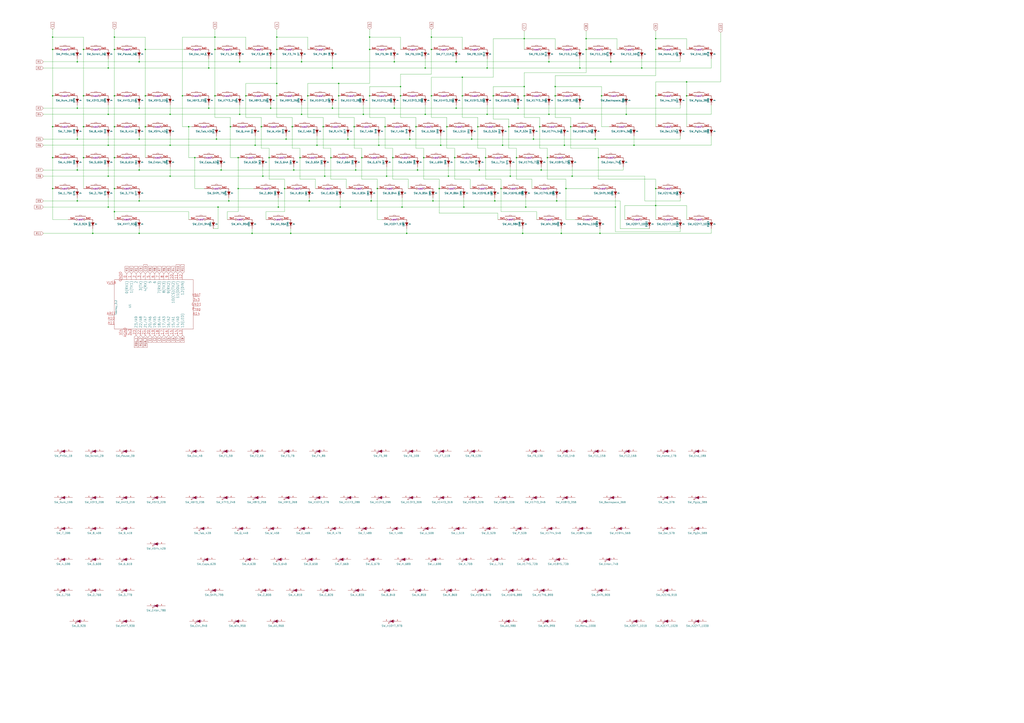
<source format=kicad_sch>
(kicad_sch (version 20230121) (generator eeschema)
  (paper "A1")
  (junction (at 114.3 191.77))
  (junction (at 431.8 170.18))
  (junction (at 425.45 88.9))
  (junction (at 279.4 170.18))
  (junction (at 246.38 129.54))
  (junction (at 238.76 191.77))
  (junction (at 119.38 104.14))
  (junction (at 309.88 154.94))
  (junction (at 328.93 78.74))
  (junction (at 196.85 93.98))
  (junction (at 139.7 93.98))
  (junction (at 43.18 40.64))
  (junction (at 476.25 88.9))
  (junction (at 449.58 129.54))
  (junction (at 367.03 104.14))
  (junction (at 114.3 50.8))
  (junction (at 355.6 165.1))
  (junction (at 285.75 114.3))
  (junction (at 240.03 104.14))
  (junction (at 520.7 119.38))
  (junction (at 93.98 104.14))
  (junction (at 43.18 104.14))
  (junction (at 468.63 104.14))
  (junction (at 400.05 55.88))
  (junction (at 374.65 50.8))
  (junction (at 181.61 139.7))
  (junction (at 43.18 30.48))
  (junction (at 563.88 67.31))
  (junction (at 88.9 93.98))
  (junction (at 290.83 104.14))
  (junction (at 373.38 129.54))
  (junction (at 455.93 78.74))
  (junction (at 88.9 55.88))
  (junction (at 430.53 31.75))
  (junction (at 195.58 129.54))
  (junction (at 304.8 165.1))
  (junction (at 330.2 170.18))
  (junction (at 450.85 93.98))
  (junction (at 349.25 93.98))
  (junction (at 303.53 40.64))
  (junction (at 273.05 88.9))
  (junction (at 492.76 191.77))
  (junction (at 149.86 78.74))
  (junction (at 247.65 93.98))
  (junction (at 266.7 144.78))
  (junction (at 514.35 93.98))
  (junction (at 563.88 78.74))
  (junction (at 233.68 154.94))
  (junction (at 469.9 144.78))
  (junction (at 160.02 129.54))
  (junction (at 322.58 129.54))
  (junction (at 494.03 78.74))
  (junction (at 171.45 88.9))
  (junction (at 450.85 50.8))
  (junction (at 68.58 104.14))
  (junction (at 303.53 78.74))
  (junction (at 392.43 104.14))
  (junction (at 361.95 119.38))
  (junction (at 207.01 191.77))
  (junction (at 227.33 40.64))
  (junction (at 457.2 165.1))
  (junction (at 227.33 68.58))
  (junction (at 360.68 154.94))
  (junction (at 347.98 129.54))
  (junction (at 334.01 191.77))
  (junction (at 247.65 50.8))
  (junction (at 119.38 78.74))
  (junction (at 398.78 129.54))
  (junction (at 406.4 165.1))
  (junction (at 114.3 114.3))
  (junction (at 538.48 154.94))
  (junction (at 171.45 55.88))
  (junction (at 323.85 50.8))
  (junction (at 400.05 93.98))
  (junction (at 379.73 63.5))
  (junction (at 176.53 78.74))
  (junction (at 254 165.1))
  (junction (at 424.18 129.54))
  (junction (at 430.53 71.12))
  (junction (at 387.35 114.3))
  (junction (at 488.95 114.3))
  (junction (at 341.63 104.14))
  (junction (at 311.15 119.38))
  (junction (at 476.25 55.88))
  (junction (at 227.33 30.48))
  (junction (at 501.65 50.8))
  (junction (at 265.43 104.14))
  (junction (at 368.3 144.78))
  (junction (at 252.73 78.74))
  (junction (at 538.48 168.91))
  (junction (at 63.5 139.7))
  (junction (at 228.6 170.18))
  (junction (at 461.01 191.77))
  (junction (at 374.65 88.9))
  (junction (at 405.13 78.74))
  (junction (at 43.18 154.94))
  (junction (at 68.58 129.54))
  (junction (at 491.49 129.54))
  (junction (at 336.55 114.3))
  (junction (at 429.26 191.77))
  (junction (at 538.48 31.75))
  (junction (at 93.98 173.99))
  (junction (at 139.7 144.78))
  (junction (at 303.53 30.48))
  (junction (at 222.25 55.88))
  (junction (at 328.93 71.12))
  (junction (at 187.96 165.1))
  (junction (at 278.13 78.74))
  (junction (at 278.13 68.58))
  (junction (at 63.5 50.8))
  (junction (at 298.45 93.98))
  (junction (at 114.3 139.7))
  (junction (at 88.9 119.38))
  (junction (at 195.58 154.94))
  (junction (at 297.18 129.54))
  (junction (at 189.23 104.14))
  (junction (at 505.46 170.18))
  (junction (at 177.8 114.3))
  (junction (at 209.55 119.38))
  (junction (at 139.7 119.38))
  (junction (at 443.23 104.14))
  (junction (at 412.75 119.38))
  (junction (at 114.3 165.1))
  (junction (at 234.95 114.3))
  (junction (at 154.94 104.14))
  (junction (at 220.98 129.54))
  (junction (at 349.25 55.88))
  (junction (at 455.93 71.12))
  (junction (at 273.05 55.88))
  (junction (at 179.07 170.18))
  (junction (at 393.7 139.7))
  (junction (at 214.63 104.14))
  (junction (at 63.5 165.1))
  (junction (at 201.93 78.74))
  (junction (at 323.85 88.9))
  (junction (at 176.53 40.64))
  (junction (at 227.33 78.74))
  (junction (at 88.9 170.18))
  (junction (at 316.23 104.14))
  (junction (at 88.9 144.78))
  (junction (at 215.9 144.78))
  (junction (at 260.35 119.38))
  (junction (at 43.18 78.74))
  (junction (at 381 170.18))
  (junction (at 93.98 78.74))
  (junction (at 119.38 40.64))
  (junction (at 419.1 144.78))
  (junction (at 114.3 88.9))
  (junction (at 93.98 30.48))
  (junction (at 222.25 88.9))
  (junction (at 538.48 78.74))
  (junction (at 76.2 191.77))
  (junction (at 354.33 40.64))
  (junction (at 481.33 40.64))
  (junction (at 354.33 30.48))
  (junction (at 481.33 31.75))
  (junction (at 463.55 119.38))
  (junction (at 430.53 78.74))
  (junction (at 63.5 88.9))
  (junction (at 464.82 154.94))
  (junction (at 444.5 139.7))
  (junction (at 379.73 78.74))
  (junction (at 292.1 139.7))
  (junction (at 241.3 139.7))
  (junction (at 176.53 30.48))
  (junction (at 271.78 129.54))
  (junction (at 411.48 154.94))
  (junction (at 68.58 40.64))
  (junction (at 93.98 40.64))
  (junction (at 342.9 139.7))
  (junction (at 43.18 129.54))
  (junction (at 538.48 40.64))
  (junction (at 93.98 154.94))
  (junction (at 196.85 50.8))
  (junction (at 63.5 114.3))
  (junction (at 354.33 78.74))
  (junction (at 438.15 114.3))
  (junction (at 417.83 104.14))
  (junction (at 68.58 78.74))
  (junction (at 527.05 55.88))
  (junction (at 317.5 144.78))
  (junction (at 93.98 129.54))
  (wire (pts (xy 266.7 144.78) (xy 266.7 137.16)))
  (wire (pts (xy 220.98 129.54) (xy 220.98 147.32)))
  (wire (pts (xy 509.27 165.1) (xy 509.27 187.96)))
  (wire (pts (xy 349.25 55.88) (xy 400.05 55.88)))
  (wire (pts (xy 63.5 165.1) (xy 114.3 165.1)))
  (wire (pts (xy 469.9 144.78) (xy 529.59 144.78)))
  (wire (pts (xy 227.33 96.52) (xy 240.03 96.52)))
  (wire (pts (xy 309.88 180.34) (xy 313.69 180.34)))
  (wire (pts (xy 35.56 165.1) (xy 63.5 165.1)))
  (wire (pts (xy 93.98 30.48) (xy 93.98 40.64)))
  (wire (pts (xy 63.5 50.8) (xy 63.5 48.26)))
  (wire (pts (xy 449.58 121.92) (xy 449.58 129.54)))
  (wire (pts (xy 114.3 50.8) (xy 114.3 48.26)))
  (wire (pts (xy 304.8 165.1) (xy 355.6 165.1)))
  (wire (pts (xy 430.53 59.69) (xy 430.53 71.12)))
  (wire (pts (xy 360.68 154.94) (xy 360.68 175.26)))
  (wire (pts (xy 149.86 104.14) (xy 154.94 104.14)))
  (wire (pts (xy 322.58 147.32) (xy 335.28 147.32)))
  (wire (pts (xy 584.2 55.88) (xy 584.2 48.26)))
  (wire (pts (xy 68.58 78.74) (xy 68.58 104.14)))
  (wire (pts (xy 461.01 191.77) (xy 461.01 187.96)))
  (wire (pts (xy 494.03 104.14) (xy 500.38 104.14)))
  (wire (pts (xy 63.5 139.7) (xy 114.3 139.7)))
  (wire (pts (xy 278.13 68.58) (xy 252.73 68.58)))
  (wire (pts (xy 354.33 63.5) (xy 379.73 63.5)))
  (wire (pts (xy 246.38 129.54) (xy 246.38 147.32)))
  (wire (pts (xy 368.3 144.78) (xy 368.3 137.16)))
  (wire (pts (xy 405.13 78.74) (xy 405.13 97.79)))
  (wire (pts (xy 240.03 96.52) (xy 240.03 104.14)))
  (wire (pts (xy 88.9 93.98) (xy 139.7 93.98)))
  (wire (pts (xy 323.85 50.8) (xy 323.85 48.26)))
  (wire (pts (xy 303.53 40.64) (xy 303.53 68.58)))
  (wire (pts (xy 494.03 78.74) (xy 494.03 104.14)))
  (wire (pts (xy 222.25 88.9) (xy 273.05 88.9)))
  (wire (pts (xy 430.53 78.74) (xy 430.53 96.52)))
  (wire (pts (xy 411.48 147.32) (xy 411.48 154.94)))
  (wire (pts (xy 341.63 121.92) (xy 347.98 121.92)))
  (wire (pts (xy 88.9 144.78) (xy 139.7 144.78)))
  (wire (pts (xy 511.81 139.7) (xy 511.81 137.16)))
  (wire (pts (xy 444.5 139.7) (xy 511.81 139.7)))
  (wire (pts (xy 177.8 114.3) (xy 234.95 114.3)))
  (wire (pts (xy 491.49 147.32) (xy 538.48 147.32)))
  (wire (pts (xy 233.68 154.94) (xy 233.68 173.99)))
  (wire (pts (xy 349.25 93.98) (xy 349.25 86.36)))
  (wire (pts (xy 443.23 121.92) (xy 449.58 121.92)))
  (wire (pts (xy 563.88 67.31) (xy 591.82 67.31)))
  (wire (pts (xy 455.93 71.12) (xy 494.03 71.12)))
  (wire (pts (xy 330.2 170.18) (xy 381 170.18)))
  (wire (pts (xy 220.98 147.32) (xy 233.68 147.32)))
  (wire (pts (xy 181.61 139.7) (xy 181.61 137.16)))
  (wire (pts (xy 336.55 114.3) (xy 336.55 111.76)))
  (wire (pts (xy 88.9 119.38) (xy 139.7 119.38)))
  (wire (pts (xy 222.25 55.88) (xy 273.05 55.88)))
  (wire (pts (xy 316.23 104.14) (xy 316.23 121.92)))
  (wire (pts (xy 201.93 96.52) (xy 214.63 96.52)))
  (wire (pts (xy 218.44 173.99) (xy 218.44 180.34)))
  (wire (pts (xy 247.65 50.8) (xy 247.65 48.26)))
  (wire (pts (xy 171.45 88.9) (xy 222.25 88.9)))
  (wire (pts (xy 354.33 78.74) (xy 354.33 96.52)))
  (wire (pts (xy 176.53 30.48) (xy 201.93 30.48)))
  (wire (pts (xy 68.58 40.64) (xy 68.58 78.74)))
  (wire (pts (xy 247.65 93.98) (xy 247.65 86.36)))
  (wire (pts (xy 367.03 104.14) (xy 367.03 121.92)))
  (wire (pts (xy 303.53 30.48) (xy 303.53 40.64)))
  (wire (pts (xy 114.3 191.77) (xy 114.3 187.96)))
  (wire (pts (xy 506.73 31.75) (xy 481.33 31.75)))
  (wire (pts (xy 406.4 165.1) (xy 406.4 162.56)))
  (wire (pts (xy 584.2 119.38) (xy 584.2 111.76)))
  (wire (pts (xy 425.45 88.9) (xy 476.25 88.9)))
  (wire (pts (xy 179.07 170.18) (xy 228.6 170.18)))
  (wire (pts (xy 93.98 129.54) (xy 93.98 154.94)))
  (wire (pts (xy 425.45 88.9) (xy 425.45 86.36)))
  (wire (pts (xy 139.7 93.98) (xy 139.7 86.36)))
  (wire (pts (xy 247.65 93.98) (xy 298.45 93.98)))
  (wire (pts (xy 114.3 88.9) (xy 114.3 86.36)))
  (wire (pts (xy 227.33 24.13) (xy 227.33 30.48)))
  (wire (pts (xy 227.33 40.64) (xy 227.33 68.58)))
  (wire (pts (xy 328.93 71.12) (xy 328.93 78.74)))
  (wire (pts (xy 322.58 121.92) (xy 322.58 129.54)))
  (wire (pts (xy 179.07 187.96) (xy 175.26 187.96)))
  (wire (pts (xy 488.95 114.3) (xy 558.8 114.3)))
  (wire (pts (xy 43.18 180.34) (xy 55.88 180.34)))
  (wire (pts (xy 154.94 129.54) (xy 154.94 104.14)))
  (wire (pts (xy 360.68 175.26) (xy 408.94 175.26)))
  (wire (pts (xy 139.7 119.38) (xy 209.55 119.38)))
  (wire (pts (xy 398.78 121.92) (xy 398.78 129.54)))
  (wire (pts (xy 563.88 31.75) (xy 538.48 31.75)))
  (wire (pts (xy 558.8 190.5) (xy 558.8 187.96)))
  (wire (pts (xy 476.25 88.9) (xy 476.25 86.36)))
  (wire (pts (xy 171.45 88.9) (xy 171.45 86.36)))
  (wire (pts (xy 35.56 55.88) (xy 88.9 55.88)))
  (wire (pts (xy 119.38 104.14) (xy 119.38 129.54)))
  (wire (pts (xy 195.58 154.94) (xy 195.58 173.99)))
  (wire (pts (xy 373.38 129.54) (xy 373.38 147.32)))
  (wire (pts (xy 176.53 24.13) (xy 176.53 30.48)))
  (wire (pts (xy 405.13 63.5) (xy 405.13 31.75)))
  (wire (pts (xy 317.5 144.78) (xy 368.3 144.78)))
  (wire (pts (xy 436.88 147.32) (xy 436.88 154.94)))
  (wire (pts (xy 88.9 170.18) (xy 88.9 162.56)))
  (wire (pts (xy 450.85 93.98) (xy 450.85 86.36)))
  (wire (pts (xy 584.2 191.77) (xy 584.2 187.96)))
  (wire (pts (xy 271.78 121.92) (xy 271.78 129.54)))
  (wire (pts (xy 538.48 168.91) (xy 538.48 180.34)))
  (wire (pts (xy 347.98 147.32) (xy 360.68 147.32)))
  (wire (pts (xy 455.93 31.75) (xy 455.93 40.64)))
  (wire (pts (xy 68.58 129.54) (xy 68.58 154.94)))
  (wire (pts (xy 176.53 40.64) (xy 176.53 78.74)))
  (wire (pts (xy 400.05 55.88) (xy 476.25 55.88)))
  (wire (pts (xy 349.25 93.98) (xy 400.05 93.98)))
  (wire (pts (xy 167.64 154.94) (xy 160.02 154.94)))
  (wire (pts (xy 379.73 63.5) (xy 405.13 63.5)))
  (wire (pts (xy 405.13 71.12) (xy 405.13 78.74)))
  (wire (pts (xy 563.88 168.91) (xy 563.88 180.34)))
  (wire (pts (xy 488.95 114.3) (xy 488.95 111.76)))
  (wire (pts (xy 214.63 121.92) (xy 220.98 121.92)))
  (wire (pts (xy 323.85 50.8) (xy 374.65 50.8)))
  (wire (pts (xy 252.73 30.48) (xy 227.33 30.48)))
  (wire (pts (xy 252.73 96.52) (xy 265.43 96.52)))
  (wire (pts (xy 464.82 180.34) (xy 472.44 180.34)))
  (wire (pts (xy 429.26 191.77) (xy 429.26 187.96)))
  (wire (pts (xy 412.75 119.38) (xy 463.55 119.38)))
  (wire (pts (xy 443.23 96.52) (xy 443.23 104.14)))
  (wire (pts (xy 334.01 191.77) (xy 334.01 187.96)))
  (wire (pts (xy 419.1 144.78) (xy 469.9 144.78)))
  (wire (pts (xy 440.69 173.99) (xy 440.69 180.34)))
  (wire (pts (xy 368.3 144.78) (xy 419.1 144.78)))
  (wire (pts (xy 208.28 154.94) (xy 195.58 154.94)))
  (wire (pts (xy 93.98 24.13) (xy 93.98 30.48)))
  (wire (pts (xy 520.7 119.38) (xy 520.7 111.76)))
  (wire (pts (xy 196.85 93.98) (xy 196.85 86.36)))
  (wire (pts (xy 43.18 30.48) (xy 43.18 40.64)))
  (wire (pts (xy 233.68 173.99) (xy 218.44 173.99)))
  (wire (pts (xy 538.48 67.31) (xy 563.88 67.31)))
  (wire (pts (xy 265.43 121.92) (xy 271.78 121.92)))
  (wire (pts (xy 154.94 104.14) (xy 157.48 104.14)))
  (wire (pts (xy 215.9 144.78) (xy 215.9 137.16)))
  (wire (pts (xy 455.93 96.52) (xy 468.63 96.52)))
  (wire (pts (xy 114.3 165.1) (xy 187.96 165.1)))
  (wire (pts (xy 360.68 147.32) (xy 360.68 154.94)))
  (wire (pts (xy 468.63 104.14) (xy 468.63 121.92)))
  (wire (pts (xy 88.9 55.88) (xy 88.9 48.26)))
  (wire (pts (xy 443.23 104.14) (xy 443.23 121.92)))
  (wire (pts (xy 273.05 55.88) (xy 273.05 48.26)))
  (wire (pts (xy 374.65 88.9) (xy 374.65 86.36)))
  (wire (pts (xy 457.2 165.1) (xy 509.27 165.1)))
  (wire (pts (xy 505.46 170.18) (xy 505.46 190.5)))
  (wire (pts (xy 246.38 121.92) (xy 246.38 129.54)))
  (wire (pts (xy 297.18 147.32) (xy 309.88 147.32)))
  (wire (pts (xy 494.03 71.12) (xy 494.03 78.74)))
  (wire (pts (xy 538.48 31.75) (xy 538.48 40.64)))
  (wire (pts (xy 290.83 121.92) (xy 297.18 121.92)))
  (wire (pts (xy 189.23 104.14) (xy 189.23 129.54)))
  (wire (pts (xy 201.93 68.58) (xy 227.33 68.58)))
  (wire (pts (xy 227.33 30.48) (xy 227.33 40.64)))
  (wire (pts (xy 386.08 147.32) (xy 386.08 154.94)))
  (wire (pts (xy 196.85 50.8) (xy 196.85 48.26)))
  (wire (pts (xy 304.8 165.1) (xy 304.8 162.56)))
  (wire (pts (xy 449.58 147.32) (xy 464.82 147.32)))
  (wire (pts (xy 406.4 165.1) (xy 457.2 165.1)))
  (wire (pts (xy 43.18 78.74) (xy 43.18 104.14)))
  (wire (pts (xy 529.59 165.1) (xy 558.8 165.1)))
  (wire (pts (xy 149.86 30.48) (xy 149.86 78.74)))
  (wire (pts (xy 35.56 191.77) (xy 76.2 191.77)))
  (wire (pts (xy 63.5 88.9) (xy 63.5 86.36)))
  (wire (pts (xy 227.33 68.58) (xy 227.33 78.74)))
  (wire (pts (xy 330.2 170.18) (xy 330.2 162.56)))
  (wire (pts (xy 311.15 119.38) (xy 311.15 111.76)))
  (wire (pts (xy 215.9 144.78) (xy 266.7 144.78)))
  (wire (pts (xy 43.18 23.495) (xy 43.18 30.48)))
  (wire (pts (xy 438.15 114.3) (xy 488.95 114.3)))
  (wire (pts (xy 114.3 191.77) (xy 207.01 191.77)))
  (wire (pts (xy 114.3 114.3) (xy 114.3 111.76)))
  (wire (pts (xy 354.33 30.48) (xy 354.33 40.64)))
  (wire (pts (xy 278.13 78.74) (xy 278.13 96.52)))
  (wire (pts (xy 265.43 96.52) (xy 265.43 104.14)))
  (wire (pts (xy 463.55 119.38) (xy 520.7 119.38)))
  (wire (pts (xy 527.05 55.88) (xy 527.05 48.26)))
  (wire (pts (xy 538.48 78.74) (xy 538.48 104.14)))
  (wire (pts (xy 68.58 30.48) (xy 68.58 40.64)))
  (wire (pts (xy 538.48 25.4) (xy 538.48 31.75)))
  (wire (pts (xy 254 165.1) (xy 304.8 165.1)))
  (wire (pts (xy 119.38 30.48) (xy 119.38 40.64)))
  (wire (pts (xy 491.49 129.54) (xy 491.49 147.32)))
  (wire (pts (xy 187.96 165.1) (xy 187.96 162.56)))
  (wire (pts (xy 285.75 114.3) (xy 285.75 111.76)))
  (wire (pts (xy 63.5 114.3) (xy 114.3 114.3)))
  (wire (pts (xy 93.98 40.64) (xy 93.98 78.74)))
  (wire (pts (xy 186.69 173.99) (xy 186.69 180.34)))
  (wire (pts (xy 88.9 170.18) (xy 179.07 170.18)))
  (wire (pts (xy 400.05 93.98) (xy 400.05 86.36)))
  (wire (pts (xy 114.3 88.9) (xy 171.45 88.9)))
  (wire (pts (xy 119.38 78.74) (xy 119.38 104.14)))
  (wire (pts (xy 63.5 50.8) (xy 114.3 50.8)))
  (wire (pts (xy 171.45 55.88) (xy 171.45 48.26)))
  (wire (pts (xy 527.05 55.88) (xy 584.2 55.88)))
  (wire (pts (xy 303.53 68.58) (xy 278.13 68.58)))
  (wire (pts (xy 558.8 88.9) (xy 558.8 86.36)))
  (wire (pts (xy 35.56 50.8) (xy 63.5 50.8)))
  (wire (pts (xy 563.88 40.64) (xy 563.88 31.75)))
  (wire (pts (xy 88.9 93.98) (xy 88.9 86.36)))
  (wire (pts (xy 278.13 68.58) (xy 278.13 78.74)))
  (wire (pts (xy 285.75 114.3) (xy 336.55 114.3)))
  (wire (pts (xy 336.55 114.3) (xy 387.35 114.3)))
  (wire (pts (xy 355.6 165.1) (xy 406.4 165.1)))
  (wire (pts (xy 367.03 96.52) (xy 367.03 104.14)))
  (wire (pts (xy 374.65 88.9) (xy 425.45 88.9)))
  (wire (pts (xy 260.35 119.38) (xy 311.15 119.38)))
  (wire (pts (xy 259.08 147.32) (xy 259.08 154.94)))
  (wire (pts (xy 179.07 170.18) (xy 179.07 187.96)))
  (wire (pts (xy 444.5 139.7) (xy 444.5 137.16)))
  (wire (pts (xy 450.85 50.8) (xy 501.65 50.8)))
  (wire (pts (xy 233.68 147.32) (xy 233.68 154.94)))
  (wire (pts (xy 93.98 78.74) (xy 93.98 104.14)))
  (wire (pts (xy 303.53 96.52) (xy 316.23 96.52)))
  (wire (pts (xy 252.73 68.58) (xy 252.73 78.74)))
  (wire (pts (xy 354.33 96.52) (xy 367.03 96.52)))
  (wire (pts (xy 240.03 104.14) (xy 240.03 121.92)))
  (wire (pts (xy 181.61 139.7) (xy 241.3 139.7)))
  (wire (pts (xy 189.23 96.52) (xy 189.23 104.14)))
  (wire (pts (xy 297.18 129.54) (xy 297.18 147.32)))
  (wire (pts (xy 260.35 119.38) (xy 260.35 111.76)))
  (wire (pts (xy 303.53 71.12) (xy 328.93 71.12)))
  (wire (pts (xy 322.58 129.54) (xy 322.58 147.32)))
  (wire (pts (xy 398.78 147.32) (xy 411.48 147.32)))
  (wire (pts (xy 424.18 129.54) (xy 424.18 147.32)))
  (wire (pts (xy 43.18 40.64) (xy 43.18 78.74)))
  (wire (pts (xy 254 165.1) (xy 254 162.56)))
  (wire (pts (xy 119.38 40.64) (xy 119.38 78.74)))
  (wire (pts (xy 201.93 68.58) (xy 201.93 78.74)))
  (wire (pts (xy 154.94 129.54) (xy 160.02 129.54)))
  (wire (pts (xy 290.83 96.52) (xy 290.83 104.14)))
  (wire (pts (xy 271.78 147.32) (xy 284.48 147.32)))
  (wire (pts (xy 469.9 144.78) (xy 469.9 137.16)))
  (wire (pts (xy 139.7 93.98) (xy 196.85 93.98)))
  (wire (pts (xy 88.9 55.88) (xy 171.45 55.88)))
  (wire (pts (xy 400.05 55.88) (xy 400.05 48.26)))
  (wire (pts (xy 63.5 88.9) (xy 114.3 88.9)))
  (wire (pts (xy 349.25 55.88) (xy 349.25 48.26)))
  (wire (pts (xy 457.2 165.1) (xy 457.2 162.56)))
  (wire (pts (xy 160.02 129.54) (xy 161.29 129.54)))
  (wire (pts (xy 114.3 139.7) (xy 181.61 139.7)))
  (wire (pts (xy 347.98 129.54) (xy 347.98 147.32)))
  (wire (pts (xy 411.48 154.94) (xy 411.48 173.99)))
  (wire (pts (xy 538.48 147.32) (xy 538.48 154.94)))
  (wire (pts (xy 252.73 40.64) (xy 252.73 30.48)))
  (wire (pts (xy 207.01 191.77) (xy 207.01 187.96)))
  (wire (pts (xy 195.58 173.99) (xy 186.69 173.99)))
  (wire (pts (xy 139.7 144.78) (xy 215.9 144.78)))
  (wire (pts (xy 373.38 147.32) (xy 386.08 147.32)))
  (wire (pts (xy 379.73 63.5) (xy 379.73 78.74)))
  (wire (pts (xy 379.73 78.74) (xy 379.73 96.52)))
  (wire (pts (xy 298.45 93.98) (xy 298.45 86.36)))
  (wire (pts (xy 405.13 31.75) (xy 430.53 31.75)))
  (wire (pts (xy 354.33 63.5) (xy 354.33 78.74)))
  (wire (pts (xy 93.98 173.99) (xy 154.94 173.99)))
  (wire (pts (xy 63.5 139.7) (xy 63.5 137.16)))
  (wire (pts (xy 538.48 168.91) (xy 563.88 168.91)))
  (wire (pts (xy 501.65 50.8) (xy 501.65 48.26)))
  (wire (pts (xy 392.43 96.52) (xy 392.43 104.14)))
  (wire (pts (xy 417.83 121.92) (xy 424.18 121.92)))
  (wire (pts (xy 481.33 25.4) (xy 481.33 31.75)))
  (wire (pts (xy 373.38 121.92) (xy 373.38 129.54)))
  (wire (pts (xy 309.88 147.32) (xy 309.88 154.94)))
  (wire (pts (xy 492.76 191.77) (xy 492.76 187.96)))
  (wire (pts (xy 328.93 78.74) (xy 328.93 96.52)))
  (wire (pts (xy 234.95 114.3) (xy 234.95 111.76)))
  (wire (pts (xy 317.5 144.78) (xy 317.5 137.16)))
  (wire (pts (xy 381 170.18) (xy 381 162.56)))
  (wire (pts (xy 160.02 154.94) (xy 160.02 129.54)))
  (wire (pts (xy 93.98 154.94) (xy 93.98 173.99)))
  (wire (pts (xy 505.46 190.5) (xy 558.8 190.5)))
  (wire (pts (xy 43.18 154.94) (xy 43.18 180.34)))
  (wire (pts (xy 430.53 31.75) (xy 455.93 31.75)))
  (wire (pts (xy 381 170.18) (xy 431.8 170.18)))
  (wire (pts (xy 538.48 40.64) (xy 538.48 62.23)))
  (wire (pts (xy 513.08 168.91) (xy 538.48 168.91)))
  (wire (pts (xy 450.85 93.98) (xy 514.35 93.98)))
  (wire (pts (xy 506.73 40.64) (xy 506.73 31.75)))
  (wire (pts (xy 149.86 30.48) (xy 176.53 30.48)))
  (wire (pts (xy 43.18 104.14) (xy 43.18 129.54)))
  (wire (pts (xy 114.3 114.3) (xy 177.8 114.3)))
  (wire (pts (xy 265.43 104.14) (xy 265.43 121.92)))
  (wire (pts (xy 347.98 121.92) (xy 347.98 129.54)))
  (wire (pts (xy 222.25 55.88) (xy 222.25 48.26)))
  (wire (pts (xy 88.9 119.38) (xy 88.9 111.76)))
  (wire (pts (xy 408.94 175.26) (xy 408.94 180.34)))
  (wire (pts (xy 430.53 25.4) (xy 430.53 31.75)))
  (wire (pts (xy 176.53 78.74) (xy 176.53 96.52)))
  (wire (pts (xy 424.18 147.32) (xy 436.88 147.32)))
  (wire (pts (xy 481.33 31.75) (xy 481.33 40.64)))
  (wire (pts (xy 367.03 121.92) (xy 373.38 121.92)))
  (wire (pts (xy 238.76 191.77) (xy 238.76 187.96)))
  (wire (pts (xy 176.53 30.48) (xy 176.53 40.64)))
  (wire (pts (xy 468.63 121.92) (xy 491.49 121.92)))
  (wire (pts (xy 323.85 88.9) (xy 374.65 88.9)))
  (wire (pts (xy 278.13 96.52) (xy 290.83 96.52)))
  (wire (pts (xy 355.6 165.1) (xy 355.6 162.56)))
  (wire (pts (xy 328.93 40.64) (xy 328.93 30.48)))
  (wire (pts (xy 591.82 67.31) (xy 591.82 26.67)))
  (wire (pts (xy 463.55 119.38) (xy 463.55 111.76)))
  (wire (pts (xy 209.55 119.38) (xy 260.35 119.38)))
  (wire (pts (xy 481.33 40.64) (xy 481.33 59.69)))
  (wire (pts (xy 196.85 93.98) (xy 247.65 93.98)))
  (wire (pts (xy 328.93 96.52) (xy 341.63 96.52)))
  (wire (pts (xy 76.2 191.77) (xy 76.2 187.96)))
  (wire (pts (xy 214.63 96.52) (xy 214.63 104.14)))
  (wire (pts (xy 450.85 50.8) (xy 450.85 48.26)))
  (wire (pts (xy 468.63 96.52) (xy 468.63 104.14)))
  (wire (pts (xy 35.56 88.9) (xy 63.5 88.9)))
  (wire (pts (xy 177.8 114.3) (xy 177.8 111.76)))
  (wire (pts (xy 35.56 144.78) (xy 88.9 144.78)))
  (wire (pts (xy 171.45 55.88) (xy 222.25 55.88)))
  (wire (pts (xy 35.56 139.7) (xy 63.5 139.7)))
  (wire (pts (xy 303.53 24.13) (xy 303.53 30.48)))
  (wire (pts (xy 342.9 139.7) (xy 393.7 139.7)))
  (wire (pts (xy 35.56 170.18) (xy 88.9 170.18)))
  (wire (pts (xy 392.43 121.92) (xy 398.78 121.92)))
  (wire (pts (xy 279.4 170.18) (xy 330.2 170.18)))
  (wire (pts (xy 431.8 170.18) (xy 431.8 162.56)))
  (wire (pts (xy 149.86 78.74) (xy 149.86 104.14)))
  (wire (pts (xy 298.45 93.98) (xy 349.25 93.98)))
  (wire (pts (xy 328.93 30.48) (xy 303.53 30.48)))
  (wire (pts (xy 514.35 93.98) (xy 514.35 86.36)))
  (wire (pts (xy 309.88 154.94) (xy 309.88 180.34)))
  (wire (pts (xy 374.65 50.8) (xy 450.85 50.8)))
  (wire (pts (xy 392.43 104.14) (xy 392.43 121.92)))
  (wire (pts (xy 35.56 93.98) (xy 88.9 93.98)))
  (wire (pts (xy 387.35 114.3) (xy 438.15 114.3)))
  (wire (pts (xy 222.25 88.9) (xy 222.25 86.36)))
  (wire (pts (xy 316.23 96.52) (xy 316.23 104.14)))
  (wire (pts (xy 35.56 119.38) (xy 88.9 119.38)))
  (wire (pts (xy 201.93 30.48) (xy 201.93 40.64)))
  (wire (pts (xy 119.38 40.64) (xy 151.13 40.64)))
  (wire (pts (xy 273.05 55.88) (xy 349.25 55.88)))
  (wire (pts (xy 379.73 40.64) (xy 379.73 30.48)))
  (wire (pts (xy 114.3 165.1) (xy 114.3 162.56)))
  (wire (pts (xy 196.85 50.8) (xy 247.65 50.8)))
  (wire (pts (xy 284.48 147.32) (xy 284.48 154.94)))
  (wire (pts (xy 119.38 30.48) (xy 93.98 30.48)))
  (wire (pts (xy 297.18 121.92) (xy 297.18 129.54)))
  (wire (pts (xy 238.76 191.77) (xy 334.01 191.77)))
  (wire (pts (xy 424.18 121.92) (xy 424.18 129.54)))
  (wire (pts (xy 139.7 144.78) (xy 139.7 137.16)))
  (wire (pts (xy 354.33 60.96) (xy 328.93 60.96)))
  (wire (pts (xy 417.83 97.79) (xy 417.83 104.14)))
  (wire (pts (xy 405.13 71.12) (xy 430.53 71.12)))
  (wire (pts (xy 187.96 165.1) (xy 254 165.1)))
  (wire (pts (xy 361.95 119.38) (xy 412.75 119.38)))
  (wire (pts (xy 195.58 129.54) (xy 195.58 154.94)))
  (wire (pts (xy 341.63 96.52) (xy 341.63 104.14)))
  (wire (pts (xy 323.85 88.9) (xy 323.85 86.36)))
  (wire (pts (xy 429.26 191.77) (xy 461.01 191.77)))
  (wire (pts (xy 379.73 96.52) (xy 392.43 96.52)))
  (wire (pts (xy 88.9 144.78) (xy 88.9 137.16)))
  (wire (pts (xy 584.2 93.98) (xy 584.2 86.36)))
  (wire (pts (xy 563.88 67.31) (xy 563.88 78.74)))
  (wire (pts (xy 266.7 144.78) (xy 317.5 144.78)))
  (wire (pts (xy 505.46 162.56) (xy 505.46 170.18)))
  (wire (pts (xy 68.58 104.14) (xy 68.58 129.54)))
  (wire (pts (xy 290.83 104.14) (xy 290.83 121.92)))
  (wire (pts (xy 220.98 121.92) (xy 220.98 129.54)))
  (wire (pts (xy 335.28 147.32) (xy 335.28 154.94)))
  (wire (pts (xy 176.53 96.52) (xy 189.23 96.52)))
  (wire (pts (xy 63.5 165.1) (xy 63.5 162.56)))
  (wire (pts (xy 354.33 24.13) (xy 354.33 30.48)))
  (wire (pts (xy 214.63 104.14) (xy 214.63 121.92)))
  (wire (pts (xy 207.01 191.77) (xy 238.76 191.77)))
  (wire (pts (xy 476.25 55.88) (xy 476.25 48.26)))
  (wire (pts (xy 228.6 170.18) (xy 279.4 170.18)))
  (wire (pts (xy 393.7 139.7) (xy 393.7 137.16)))
  (wire (pts (xy 246.38 147.32) (xy 259.08 147.32)))
  (wire (pts (xy 419.1 144.78) (xy 419.1 137.16)))
  (wire (pts (xy 328.93 60.96) (xy 328.93 71.12)))
  (wire (pts (xy 398.78 129.54) (xy 398.78 147.32)))
  (wire (pts (xy 558.8 50.8) (xy 558.8 48.26)))
  (wire (pts (xy 387.35 114.3) (xy 387.35 111.76)))
  (wire (pts (xy 513.08 168.91) (xy 513.08 180.34)))
  (wire (pts (xy 303.53 71.12) (xy 303.53 78.74)))
  (wire (pts (xy 241.3 139.7) (xy 241.3 137.16)))
  (wire (pts (xy 430.53 71.12) (xy 430.53 78.74)))
  (wire (pts (xy 252.73 78.74) (xy 252.73 96.52)))
  (wire (pts (xy 279.4 170.18) (xy 279.4 162.56)))
  (wire (pts (xy 334.01 191.77) (xy 429.26 191.77)))
  (wire (pts (xy 247.65 50.8) (xy 323.85 50.8)))
  (wire (pts (xy 292.1 139.7) (xy 342.9 139.7)))
  (wire (pts (xy 93.98 104.14) (xy 93.98 129.54)))
  (wire (pts (xy 76.2 191.77) (xy 114.3 191.77)))
  (wire (pts (xy 139.7 119.38) (xy 139.7 111.76)))
  (wire (pts (xy 303.53 78.74) (xy 303.53 96.52)))
  (wire (pts (xy 412.75 119.38) (xy 412.75 111.76)))
  (wire (pts (xy 201.93 78.74) (xy 201.93 96.52)))
  (wire (pts (xy 241.3 139.7) (xy 292.1 139.7)))
  (wire (pts (xy 189.23 129.54) (xy 195.58 129.54)))
  (wire (pts (xy 455.93 78.74) (xy 455.93 96.52)))
  (wire (pts (xy 464.82 154.94) (xy 464.82 180.34)))
  (wire (pts (xy 405.13 97.79) (xy 417.83 97.79)))
  (wire (pts (xy 273.05 88.9) (xy 273.05 86.36)))
  (wire (pts (xy 209.55 119.38) (xy 209.55 111.76)))
  (wire (pts (xy 374.65 50.8) (xy 374.65 48.26)))
  (wire (pts (xy 464.82 147.32) (xy 464.82 154.94)))
  (wire (pts (xy 114.3 50.8) (xy 196.85 50.8)))
  (wire (pts (xy 234.95 114.3) (xy 285.75 114.3)))
  (wire (pts (xy 227.33 78.74) (xy 227.33 96.52)))
  (wire (pts (xy 228.6 170.18) (xy 228.6 162.56)))
  (wire (pts (xy 341.63 104.14) (xy 341.63 121.92)))
  (wire (pts (xy 438.15 114.3) (xy 438.15 111.76)))
  (wire (pts (xy 558.8 165.1) (xy 558.8 162.56)))
  (wire (pts (xy 514.35 93.98) (xy 584.2 93.98)))
  (wire (pts (xy 558.8 114.3) (xy 558.8 111.76)))
  (wire (pts (xy 292.1 139.7) (xy 292.1 137.16)))
  (wire (pts (xy 35.56 114.3) (xy 63.5 114.3)))
  (wire (pts (xy 240.03 121.92) (xy 246.38 121.92)))
  (wire (pts (xy 461.01 191.77) (xy 492.76 191.77)))
  (wire (pts (xy 417.83 104.14) (xy 417.83 121.92)))
  (wire (pts (xy 501.65 50.8) (xy 558.8 50.8)))
  (wire (pts (xy 520.7 119.38) (xy 584.2 119.38)))
  (wire (pts (xy 68.58 30.48) (xy 43.18 30.48)))
  (wire (pts (xy 154.94 180.34) (xy 154.94 173.99)))
  (wire (pts (xy 379.73 30.48) (xy 354.33 30.48)))
  (wire (pts (xy 361.95 119.38) (xy 361.95 111.76)))
  (wire (pts (xy 431.8 170.18) (xy 505.46 170.18)))
  (wire (pts (xy 149.86 78.74) (xy 151.13 78.74)))
  (wire (pts (xy 455.93 71.12) (xy 455.93 78.74)))
  (wire (pts (xy 393.7 139.7) (xy 444.5 139.7)))
  (wire (pts (xy 354.33 40.64) (xy 354.33 60.96)))
  (wire (pts (xy 476.25 55.88) (xy 527.05 55.88)))
  (wire (pts (xy 114.3 139.7) (xy 114.3 137.16)))
  (wire (pts (xy 43.18 129.54) (xy 43.18 154.94)))
  (wire (pts (xy 492.76 191.77) (xy 584.2 191.77)))
  (wire (pts (xy 509.27 187.96) (xy 533.4 187.96)))
  (wire (pts (xy 563.88 78.74) (xy 563.88 104.14)))
  (wire (pts (xy 342.9 139.7) (xy 342.9 137.16)))
  (wire (pts (xy 455.93 62.23) (xy 455.93 71.12)))
  (wire (pts (xy 538.48 67.31) (xy 538.48 78.74)))
  (wire (pts (xy 481.33 59.69) (xy 430.53 59.69)))
  (wire (pts (xy 311.15 119.38) (xy 361.95 119.38)))
  (wire (pts (xy 449.58 129.54) (xy 449.58 147.32)))
  (wire (pts (xy 400.05 93.98) (xy 450.85 93.98)))
  (wire (pts (xy 464.82 154.94) (xy 485.14 154.94)))
  (wire (pts (xy 271.78 129.54) (xy 271.78 147.32)))
  (wire (pts (xy 476.25 88.9) (xy 558.8 88.9)))
  (wire (pts (xy 63.5 114.3) (xy 63.5 111.76)))
  (wire (pts (xy 411.48 173.99) (xy 440.69 173.99)))
  (wire (pts (xy 529.59 144.78) (xy 529.59 165.1)))
  (wire (pts (xy 538.48 154.94) (xy 538.48 168.91)))
  (wire (pts (xy 93.98 173.99) (xy 93.98 180.34)))
  (wire (pts (xy 430.53 31.75) (xy 430.53 40.64)))
  (wire (pts (xy 491.49 121.92) (xy 491.49 129.54)))
  (wire (pts (xy 273.05 88.9) (xy 323.85 88.9)))
  (wire (pts (xy 430.53 96.52) (xy 443.23 96.52)))
  (wire (pts (xy 538.48 62.23) (xy 455.93 62.23)))
  (wire (pts (xy 316.23 121.92) (xy 322.58 121.92)))
  (global_label "R9" (shape input) (at 123.19 224.79 90) (effects (font (size 1.524 1.524))) (property "Intersheetrefs" "${INTERSHEET_REFS}" (effects hide)))
  (global_label "C6" (shape input) (at 142.24 275.59 270) (effects (font (size 1.524 1.524))) (property "Intersheetrefs" "${INTERSHEET_REFS}" (effects hide)))
  (global_label "C4" (shape input) (at 227.33 24.13 90) (effects (font (size 1.524 1.524))) (property "Intersheetrefs" "${INTERSHEET_REFS}" (effects hide)))
  (global_label "R3" (shape input) (at 35.56 88.9 180) (effects (font (size 1.524 1.524))) (property "Intersheetrefs" "${INTERSHEET_REFS}" (effects hide)))
  (global_label "R1" (shape input) (at 35.56 50.8 180) (effects (font (size 1.524 1.524))) (property "Intersheetrefs" "${INTERSHEET_REFS}" (effects hide)))
  (global_label "R6" (shape input) (at 134.62 224.79 90) (effects (font (size 1.524 1.524))) (property "Intersheetrefs" "${INTERSHEET_REFS}" (effects hide)))
  (global_label "C10" (shape input) (at 591.82 26.67 90) (effects (font (size 1.524 1.524))) (property "Intersheetrefs" "${INTERSHEET_REFS}" (effects hide)))
  (global_label "R10" (shape input) (at 35.56 170.18 180) (effects (font (size 1.524 1.524))) (property "Intersheetrefs" "${INTERSHEET_REFS}" (effects hide)))
  (global_label "RGB_2" (shape input) (at 115.57 275.59 270) (effects (font (size 1.524 1.524))) (property "Intersheetrefs" "${INTERSHEET_REFS}" (effects hide)))
  (global_label "C3" (shape input) (at 176.53 24.13 90) (effects (font (size 1.524 1.524))) (property "Intersheetrefs" "${INTERSHEET_REFS}" (effects hide)))
  (global_label "R2" (shape input) (at 107.95 224.79 90) (effects (font (size 1.524 1.524))) (property "Intersheetrefs" "${INTERSHEET_REFS}" (effects hide)))
  (global_label "R7" (shape input) (at 130.81 224.79 90) (effects (font (size 1.524 1.524))) (property "Intersheetrefs" "${INTERSHEET_REFS}" (effects hide)))
  (global_label "R8" (shape input) (at 127 224.79 90) (effects (font (size 1.524 1.524))) (property "Intersheetrefs" "${INTERSHEET_REFS}" (effects hide)))
  (global_label "R5" (shape input) (at 138.43 224.79 90) (effects (font (size 1.524 1.524))) (property "Intersheetrefs" "${INTERSHEET_REFS}" (effects hide)))
  (global_label "C8" (shape input) (at 481.33 25.4 90) (effects (font (size 1.524 1.524))) (property "Intersheetrefs" "${INTERSHEET_REFS}" (effects hide)))
  (global_label "R4" (shape input) (at 35.56 93.98 180) (effects (font (size 1.524 1.524))) (property "Intersheetrefs" "${INTERSHEET_REFS}" (effects hide)))
  (global_label "C2" (shape input) (at 127 275.59 270) (effects (font (size 1.524 1.524))) (property "Intersheetrefs" "${INTERSHEET_REFS}" (effects hide)))
  (global_label "RGB_3" (shape input) (at 119.38 275.59 270) (effects (font (size 1.524 1.524))) (property "Intersheetrefs" "${INTERSHEET_REFS}" (effects hide)))
  (global_label "R1" (shape input) (at 111.76 224.79 90) (effects (font (size 1.524 1.524))) (property "Intersheetrefs" "${INTERSHEET_REFS}" (effects hide)))
  (global_label "R11" (shape input) (at 35.56 191.77 180) (effects (font (size 1.524 1.524))) (property "Intersheetrefs" "${INTERSHEET_REFS}" (effects hide)))
  (global_label "R6" (shape input) (at 35.56 119.38 180) (effects (font (size 1.524 1.524))) (property "Intersheetrefs" "${INTERSHEET_REFS}" (effects hide)))
  (global_label "RBG_1" (shape input) (at 111.76 275.59 270) (effects (font (size 1.524 1.524))) (property "Intersheetrefs" "${INTERSHEET_REFS}" (effects hide)))
  (global_label "C2" (shape input) (at 93.98 24.13 90) (effects (font (size 1.524 1.524))) (property "Intersheetrefs" "${INTERSHEET_REFS}" (effects hide)))
  (global_label "C6" (shape input) (at 354.33 24.13 90) (effects (font (size 1.524 1.524))) (property "Intersheetrefs" "${INTERSHEET_REFS}" (effects hide)))
  (global_label "R4" (shape input) (at 142.24 224.79 90) (effects (font (size 1.524 1.524))) (property "Intersheetrefs" "${INTERSHEET_REFS}" (effects hide)))
  (global_label "C8" (shape input) (at 149.86 275.59 270) (effects (font (size 1.524 1.524))) (property "Intersheetrefs" "${INTERSHEET_REFS}" (effects hide)))
  (global_label "R10" (shape input) (at 146.05 224.79 90) (effects (font (size 1.524 1.524))) (property "Intersheetrefs" "${INTERSHEET_REFS}" (effects hide)))
  (global_label "C7" (shape input) (at 146.05 275.59 270) (effects (font (size 1.524 1.524))) (property "Intersheetrefs" "${INTERSHEET_REFS}" (effects hide)))
  (global_label "C9" (shape input) (at 538.48 25.4 90) (effects (font (size 1.524 1.524))) (property "Intersheetrefs" "${INTERSHEET_REFS}" (effects hide)))
  (global_label "R8" (shape input) (at 35.56 144.78 180) (effects (font (size 1.524 1.524))) (property "Intersheetrefs" "${INTERSHEET_REFS}" (effects hide)))
  (global_label "C1" (shape input) (at 43.18 24.13 90) (effects (font (size 1.524 1.524))) (property "Intersheetrefs" "${INTERSHEET_REFS}" (effects hide)))
  (global_label "C3" (shape input) (at 130.81 275.59 270) (effects (font (size 1.524 1.524))) (property "Intersheetrefs" "${INTERSHEET_REFS}" (effects hide)))
  (global_label "R2" (shape input) (at 35.56 55.88 180) (effects (font (size 1.524 1.524))) (property "Intersheetrefs" "${INTERSHEET_REFS}" (effects hide)))
  (global_label "C7" (shape input) (at 430.53 25.4 90) (effects (font (size 1.524 1.524))) (property "Intersheetrefs" "${INTERSHEET_REFS}" (effects hide)))
  (global_label "C10" (shape input) (at 119.38 224.79 90) (effects (font (size 1.524 1.524))) (property "Intersheetrefs" "${INTERSHEET_REFS}" (effects hide)))
  (global_label "R7" (shape input) (at 35.56 139.7 180) (effects (font (size 1.524 1.524))) (property "Intersheetrefs" "${INTERSHEET_REFS}" (effects hide)))
  (global_label "C4" (shape input) (at 134.62 275.59 270) (effects (font (size 1.524 1.524))) (property "Intersheetrefs" "${INTERSHEET_REFS}" (effects hide)))
  (global_label "R5" (shape input) (at 35.56 114.3 180) (effects (font (size 1.524 1.524))) (property "Intersheetrefs" "${INTERSHEET_REFS}" (effects hide)))
  (global_label "R3" (shape input) (at 104.14 224.79 90) (effects (font (size 1.524 1.524))) (property "Intersheetrefs" "${INTERSHEET_REFS}" (effects hide)))
  (global_label "R11" (shape input) (at 149.86 224.79 90) (effects (font (size 1.524 1.524))) (property "Intersheetrefs" "${INTERSHEET_REFS}" (effects hide)))
  (global_label "C1" (shape input) (at 123.19 275.59 270) (effects (font (size 1.524 1.524))) (property "Intersheetrefs" "${INTERSHEET_REFS}" (effects hide)))
  (global_label "C9" (shape input) (at 115.57 224.79 90) (effects (font (size 1.524 1.524))) (property "Intersheetrefs" "${INTERSHEET_REFS}" (effects hide)))
  (global_label "C5" (shape input) (at 138.43 275.59 270) (effects (font (size 1.524 1.524))) (property "Intersheetrefs" "${INTERSHEET_REFS}" (effects hide)))
  (global_label "R9" (shape input) (at 35.56 165.1 180) (effects (font (size 1.524 1.524))) (property "Intersheetrefs" "${INTERSHEET_REFS}" (effects hide)))
  (global_label "C5" (shape input) (at 303.53 24.13 90) (effects (font (size 1.524 1.524))) (property "Intersheetrefs" "${INTERSHEET_REFS}" (effects hide)))
  (symbol (lib_id "103key-rescue:MX_LED") (at 53.34 40.64 0) (unit 1)
    (property "Reference" "SW_PrtSc_1" (at 53.34 44.45 0) (effects (font (size 1.524 1.524))))
    (property "Value" "MX_LED" (effects hide))
    (property "Datasheet" "xasf" (at 53.34 40.64 0) (effects (font (size 1.524 1.524))))
  )
  (symbol (lib_id "103key-rescue:MX_LED") (at 78.74 40.64 0) (unit 1)
    (property "Reference" "SW_Scroll_2" (at 78.74 44.45 0) (effects (font (size 1.524 1.524))))
    (property "Value" "MX_LED" (effects hide))
    (property "Datasheet" "xasf" (at 78.74 40.64 0) (effects (font (size 1.524 1.524))))
  )
  (symbol (lib_id "103key-rescue:MX_LED") (at 104.14 40.64 0) (unit 1)
    (property "Reference" "SW_Pause_3" (at 104.14 44.45 0) (effects (font (size 1.524 1.524))))
    (property "Value" "MX_LED" (effects hide))
    (property "Datasheet" "xasf" (at 104.14 40.64 0) (effects (font (size 1.524 1.524))))
  )
  (symbol (lib_id "103key-rescue:MX_LED") (at 161.29 40.64 0) (unit 1)
    (property "Reference" "SW_Esc_4" (at 161.29 44.45 0) (effects (font (size 1.524 1.524))))
    (property "Value" "MX_LED" (effects hide))
    (property "Datasheet" "xasf" (at 161.29 40.64 0) (effects (font (size 1.524 1.524))))
  )
  (symbol (lib_id "103key-rescue:MX_LED") (at 186.69 40.64 0) (unit 1)
    (property "Reference" "SW_F1_5" (at 186.69 44.45 0) (effects (font (size 1.524 1.524))))
    (property "Value" "MX_LED" (effects hide))
    (property "Datasheet" "xasf" (at 186.69 40.64 0) (effects (font (size 1.524 1.524))))
  )
  (symbol (lib_id "103key-rescue:MX_LED") (at 212.09 40.64 0) (unit 1)
    (property "Reference" "SW_F2_6" (at 212.09 44.45 0) (effects (font (size 1.524 1.524))))
    (property "Value" "MX_LED" (effects hide))
    (property "Datasheet" "xasf" (at 212.09 40.64 0) (effects (font (size 1.524 1.524))))
  )
  (symbol (lib_id "103key-rescue:MX_LED") (at 237.49 40.64 0) (unit 1)
    (property "Reference" "SW_F3_7" (at 237.49 44.45 0) (effects (font (size 1.524 1.524))))
    (property "Value" "MX_LED" (effects hide))
    (property "Datasheet" "xasf" (at 237.49 40.64 0) (effects (font (size 1.524 1.524))))
  )
  (symbol (lib_id "103key-rescue:MX_LED") (at 236.22 370.84 0) (unit 2)
    (property "Reference" "SW_F3_7" (at 236.22 374.65 0) (effects (font (size 1.524 1.524))))
    (property "Value" "MX_LED" (effects hide))
    (property "Datasheet" "xasf" (at 236.22 370.84 0) (effects (font (size 1.524 1.524))))
  )
  (symbol (lib_id "103key-rescue:MX_LED") (at 313.69 40.64 0) (unit 1)
    (property "Reference" "SW_F5_9" (at 313.69 44.45 0) (effects (font (size 1.524 1.524))))
    (property "Value" "MX_LED" (effects hide))
    (property "Datasheet" "xasf" (at 313.69 40.64 0) (effects (font (size 1.524 1.524))))
  )
  (symbol (lib_id "103key-rescue:MX_LED") (at 339.09 40.64 0) (unit 1)
    (property "Reference" "SW_F6_10" (at 339.09 44.45 0) (effects (font (size 1.524 1.524))))
    (property "Value" "MX_LED" (effects hide))
    (property "Datasheet" "xasf" (at 339.09 40.64 0) (effects (font (size 1.524 1.524))))
  )
  (symbol (lib_id "103key-rescue:MX_LED") (at 364.49 40.64 0) (unit 1)
    (property "Reference" "SW_F7_11" (at 364.49 44.45 0) (effects (font (size 1.524 1.524))))
    (property "Value" "MX_LED" (effects hide))
    (property "Datasheet" "xasf" (at 364.49 40.64 0) (effects (font (size 1.524 1.524))))
  )
  (symbol (lib_id "103key-rescue:MX_LED") (at 389.89 40.64 0) (unit 1)
    (property "Reference" "SW_F8_12" (at 389.89 44.45 0) (effects (font (size 1.524 1.524))))
    (property "Value" "MX_LED" (effects hide))
    (property "Datasheet" "xasf" (at 389.89 40.64 0) (effects (font (size 1.524 1.524))))
  )
  (symbol (lib_id "103key-rescue:MX_LED") (at 440.69 40.64 0) (unit 1)
    (property "Reference" "SW_F9_13" (at 440.69 44.45 0) (effects (font (size 1.524 1.524))))
    (property "Value" "MX_LED" (effects hide))
    (property "Datasheet" "xasf" (at 440.69 40.64 0) (effects (font (size 1.524 1.524))))
  )
  (symbol (lib_id "103key-rescue:MX_LED") (at 439.42 370.84 0) (unit 2)
    (property "Reference" "SW_F9_13" (at 439.42 374.65 0) (effects (font (size 1.524 1.524))))
    (property "Value" "MX_LED" (effects hide))
    (property "Datasheet" "xasf" (at 439.42 370.84 0) (effects (font (size 1.524 1.524))))
  )
  (symbol (lib_id "103key-rescue:MX_LED") (at 491.49 40.64 0) (unit 1)
    (property "Reference" "SW_F11_15" (at 491.49 44.45 0) (effects (font (size 1.524 1.524))))
    (property "Value" "MX_LED" (effects hide))
    (property "Datasheet" "xasf" (at 491.49 40.64 0) (effects (font (size 1.524 1.524))))
  )
  (symbol (lib_id "103key-rescue:MX_LED") (at 516.89 40.64 0) (unit 1)
    (property "Reference" "SW_F12_16" (at 516.89 44.45 0) (effects (font (size 1.524 1.524))))
    (property "Value" "MX_LED" (effects hide))
    (property "Datasheet" "xasf" (at 516.89 40.64 0) (effects (font (size 1.524 1.524))))
  )
  (symbol (lib_id "103key-rescue:MX_LED") (at 548.64 40.64 0) (unit 1)
    (property "Reference" "SW_Home_17" (at 548.64 44.45 0) (effects (font (size 1.524 1.524))))
    (property "Value" "MX_LED" (effects hide))
    (property "Datasheet" "xasf" (at 548.64 40.64 0) (effects (font (size 1.524 1.524))))
  )
  (symbol (lib_id "103key-rescue:MX_LED") (at 574.04 40.64 0) (unit 1)
    (property "Reference" "SW_End_18" (at 574.04 44.45 0) (effects (font (size 1.524 1.524))))
    (property "Value" "MX_LED" (effects hide))
    (property "Datasheet" "xasf" (at 574.04 40.64 0) (effects (font (size 1.524 1.524))))
  )
  (symbol (lib_id "103key-rescue:MX_LED") (at 53.34 78.74 0) (unit 1)
    (property "Reference" "SW_Num_19" (at 53.34 82.55 0) (effects (font (size 1.524 1.524))))
    (property "Value" "MX_LED" (effects hide))
    (property "Datasheet" "xasf" (at 53.34 78.74 0) (effects (font (size 1.524 1.524))))
  )
  (symbol (lib_id "103key-rescue:MX_LED") (at 78.74 78.74 0) (unit 1)
    (property "Reference" "SW_X3Y3_20" (at 78.74 82.55 0) (effects (font (size 1.524 1.524))))
    (property "Value" "MX_LED" (effects hide))
    (property "Datasheet" "xasf" (at 78.74 78.74 0) (effects (font (size 1.524 1.524))))
  )
  (symbol (lib_id "103key-rescue:MX_LED") (at 77.47 408.94 0) (unit 2)
    (property "Reference" "SW_X3Y3_20" (at 77.47 412.75 0) (effects (font (size 1.524 1.524))))
    (property "Value" "MX_LED" (effects hide))
    (property "Datasheet" "xasf" (at 77.47 408.94 0) (effects (font (size 1.524 1.524))))
  )
  (symbol (lib_id "103key-rescue:MX_LED") (at 129.54 78.74 0) (unit 1)
    (property "Reference" "SW_X5Y3_22" (at 129.54 82.55 0) (effects (font (size 1.524 1.524))))
    (property "Value" "MX_LED" (effects hide))
    (property "Datasheet" "xasf" (at 129.54 78.74 0) (effects (font (size 1.524 1.524))))
  )
  (symbol (lib_id "103key-rescue:MX_LED") (at 161.29 78.74 0) (unit 1)
    (property "Reference" "SW_X6Y3_23" (at 161.29 82.55 0) (effects (font (size 1.524 1.524))))
    (property "Value" "MX_LED" (effects hide))
    (property "Datasheet" "xasf" (at 161.29 78.74 0) (effects (font (size 1.524 1.524))))
  )
  (symbol (lib_id "103key-rescue:MX_LED") (at 186.69 78.74 0) (unit 1)
    (property "Reference" "SW_X7Y3_24" (at 186.69 82.55 0) (effects (font (size 1.524 1.524))))
    (property "Value" "MX_LED" (effects hide))
    (property "Datasheet" "xasf" (at 186.69 78.74 0) (effects (font (size 1.524 1.524))))
  )
  (symbol (lib_id "103key-rescue:MX_LED") (at 212.09 78.74 0) (unit 1)
    (property "Reference" "SW_X8Y3_25" (at 212.09 82.55 0) (effects (font (size 1.524 1.524))))
    (property "Value" "MX_LED" (effects hide))
    (property "Datasheet" "xasf" (at 212.09 78.74 0) (effects (font (size 1.524 1.524))))
  )
  (symbol (lib_id "103key-rescue:MX_LED") (at 237.49 78.74 0) (unit 1)
    (property "Reference" "SW_X9Y3_26" (at 237.49 82.55 0) (effects (font (size 1.524 1.524))))
    (property "Value" "MX_LED" (effects hide))
    (property "Datasheet" "xasf" (at 237.49 78.74 0) (effects (font (size 1.524 1.524))))
  )
  (symbol (lib_id "103key-rescue:MX_LED") (at 236.22 408.94 0) (unit 2)
    (property "Reference" "SW_X9Y3_26" (at 236.22 412.75 0) (effects (font (size 1.524 1.524))))
    (property "Value" "MX_LED" (effects hide))
    (property "Datasheet" "xasf" (at 236.22 408.94 0) (effects (font (size 1.524 1.524))))
  )
  (symbol (lib_id "103key-rescue:MX_LED") (at 288.29 78.74 0) (unit 1)
    (property "Reference" "SW_X11Y3_28" (at 288.29 82.55 0) (effects (font (size 1.524 1.524))))
    (property "Value" "MX_LED" (effects hide))
    (property "Datasheet" "xasf" (at 288.29 78.74 0) (effects (font (size 1.524 1.524))))
  )
  (symbol (lib_id "103key-rescue:MX_LED") (at 313.69 78.74 0) (unit 1)
    (property "Reference" "SW_X12Y3_29" (at 313.69 82.55 0) (effects (font (size 1.524 1.524))))
    (property "Value" "MX_LED" (effects hide))
    (property "Datasheet" "xasf" (at 313.69 78.74 0) (effects (font (size 1.524 1.524))))
  )
  (symbol (lib_id "103key-rescue:MX_LED") (at 339.09 78.74 0) (unit 1)
    (property "Reference" "SW_X13Y3_30" (at 339.09 82.55 0) (effects (font (size 1.524 1.524))))
    (property "Value" "MX_LED" (effects hide))
    (property "Datasheet" "xasf" (at 339.09 78.74 0) (effects (font (size 1.524 1.524))))
  )
  (symbol (lib_id "103key-rescue:MX_LED") (at 364.49 78.74 0) (unit 1)
    (property "Reference" "SW_X14Y3_31" (at 364.49 82.55 0) (effects (font (size 1.524 1.524))))
    (property "Value" "MX_LED" (effects hide))
    (property "Datasheet" "xasf" (at 364.49 78.74 0) (effects (font (size 1.524 1.524))))
  )
  (symbol (lib_id "103key-rescue:MX_LED") (at 389.89 78.74 0) (unit 1)
    (property "Reference" "SW_X15Y3_32" (at 389.89 82.55 0) (effects (font (size 1.524 1.524))))
    (property "Value" "MX_LED" (effects hide))
    (property "Datasheet" "xasf" (at 389.89 78.74 0) (effects (font (size 1.524 1.524))))
  )
  (symbol (lib_id "103key-rescue:MX_LED") (at 415.29 78.74 0) (unit 1)
    (property "Reference" "SW_X16Y3_33" (at 415.29 82.55 0) (effects (font (size 1.524 1.524))))
    (property "Value" "MX_LED" (effects hide))
    (property "Datasheet" "xasf" (at 415.29 78.74 0) (effects (font (size 1.524 1.524))))
  )
  (symbol (lib_id "103key-rescue:MX_LED") (at 414.02 408.94 0) (unit 2)
    (property "Reference" "SW_X16Y3_33" (at 414.02 412.75 0) (effects (font (size 1.524 1.524))))
    (property "Value" "MX_LED" (effects hide))
    (property "Datasheet" "xasf" (at 414.02 408.94 0) (effects (font (size 1.524 1.524))))
  )
  (symbol (lib_id "103key-rescue:MX_LED") (at 466.09 78.74 0) (unit 1)
    (property "Reference" "SW_X18Y3_35" (at 466.09 82.55 0) (effects (font (size 1.524 1.524))))
    (property "Value" "MX_LED" (effects hide))
    (property "Datasheet" "xasf" (at 466.09 78.74 0) (effects (font (size 1.524 1.524))))
  )
  (symbol (lib_id "103key-rescue:MX_LED") (at 504.19 78.74 0) (unit 1)
    (property "Reference" "SW_Backspace_36" (at 504.19 82.55 0) (effects (font (size 1.524 1.524))))
    (property "Value" "MX_LED" (effects hide))
    (property "Datasheet" "xasf" (at 504.19 78.74 0) (effects (font (size 1.524 1.524))))
  )
  (symbol (lib_id "103key-rescue:MX_LED") (at 548.64 78.74 0) (unit 1)
    (property "Reference" "SW_Ins_37" (at 548.64 82.55 0) (effects (font (size 1.524 1.524))))
    (property "Value" "MX_LED" (effects hide))
    (property "Datasheet" "xasf" (at 548.64 78.74 0) (effects (font (size 1.524 1.524))))
  )
  (symbol (lib_id "103key-rescue:MX_LED") (at 574.04 78.74 0) (unit 1)
    (property "Reference" "SW_PgUp_38" (at 574.04 82.55 0) (effects (font (size 1.524 1.524))))
    (property "Value" "MX_LED" (effects hide))
    (property "Datasheet" "xasf" (at 574.04 78.74 0) (effects (font (size 1.524 1.524))))
  )
  (symbol (lib_id "103key-rescue:MX_LED") (at 53.34 104.14 0) (unit 1)
    (property "Reference" "SW_7_39" (at 53.34 107.95 0) (effects (font (size 1.524 1.524))))
    (property "Value" "MX_LED" (effects hide))
    (property "Datasheet" "xasf" (at 53.34 104.14 0) (effects (font (size 1.524 1.524))))
  )
  (symbol (lib_id "103key-rescue:MX_LED") (at 52.07 434.34 0) (unit 2)
    (property "Reference" "SW_7_39" (at 52.07 438.15 0) (effects (font (size 1.524 1.524))))
    (property "Value" "MX_LED" (effects hide))
    (property "Datasheet" "xasf" (at 52.07 434.34 0) (effects (font (size 1.524 1.524))))
  )
  (symbol (lib_id "103key-rescue:MX_LED") (at 104.14 104.14 0) (unit 1)
    (property "Reference" "SW_9_41" (at 104.14 107.95 0) (effects (font (size 1.524 1.524))))
    (property "Value" "MX_LED" (effects hide))
    (property "Datasheet" "xasf" (at 104.14 104.14 0) (effects (font (size 1.524 1.524))))
  )
  (symbol (lib_id "103key-rescue:MX_LED") (at 129.54 104.14 0) (unit 1)
    (property "Reference" "SW_X5Y4_42" (at 129.54 107.95 0) (effects (font (size 1.524 1.524))))
    (property "Value" "MX_LED" (effects hide))
    (property "Datasheet" "xasf" (at 129.54 104.14 0) (effects (font (size 1.524 1.524))))
  )
  (symbol (lib_id "103key-rescue:MX_LED") (at 167.64 104.14 0) (unit 1)
    (property "Reference" "SW_Tab_43" (at 167.64 107.95 0) (effects (font (size 1.524 1.524))))
    (property "Value" "MX_LED" (effects hide))
    (property "Datasheet" "xasf" (at 167.64 104.14 0) (effects (font (size 1.524 1.524))))
  )
  (symbol (lib_id "103key-rescue:MX_LED") (at 199.39 104.14 0) (unit 1)
    (property "Reference" "SW_Q_44" (at 199.39 107.95 0) (effects (font (size 1.524 1.524))))
    (property "Value" "MX_LED" (effects hide))
    (property "Datasheet" "xasf" (at 199.39 104.14 0) (effects (font (size 1.524 1.524))))
  )
  (symbol (lib_id "103key-rescue:MX_LED") (at 224.79 104.14 0) (unit 1)
    (property "Reference" "SW_W_45" (at 224.79 107.95 0) (effects (font (size 1.524 1.524))))
    (property "Value" "MX_LED" (effects hide))
    (property "Datasheet" "xasf" (at 224.79 104.14 0) (effects (font (size 1.524 1.524))))
  )
  (symbol (lib_id "103key-rescue:MX_LED") (at 250.19 104.14 0) (unit 1)
    (property "Reference" "SW_E_46" (at 250.19 107.95 0) (effects (font (size 1.524 1.524))))
    (property "Value" "MX_LED" (effects hide))
    (property "Datasheet" "xasf" (at 250.19 104.14 0) (effects (font (size 1.524 1.524))))
  )
  (symbol (lib_id "103key-rescue:MX_LED") (at 248.92 434.34 0) (unit 2)
    (property "Reference" "SW_E_46" (at 248.92 438.15 0) (effects (font (size 1.524 1.524))))
    (property "Value" "MX_LED" (effects hide))
    (property "Datasheet" "xasf" (at 248.92 434.34 0) (effects (font (size 1.524 1.524))))
  )
  (symbol (lib_id "103key-rescue:MX_LED") (at 300.99 104.14 0) (unit 1)
    (property "Reference" "SW_T_48" (at 300.99 107.95 0) (effects (font (size 1.524 1.524))))
    (property "Value" "MX_LED" (effects hide))
    (property "Datasheet" "xasf" (at 300.99 104.14 0) (effects (font (size 1.524 1.524))))
  )
  (symbol (lib_id "103key-rescue:MX_LED") (at 326.39 104.14 0) (unit 1)
    (property "Reference" "SW_Y_49" (at 326.39 107.95 0) (effects (font (size 1.524 1.524))))
    (property "Value" "MX_LED" (effects hide))
    (property "Datasheet" "xasf" (at 326.39 104.14 0) (effects (font (size 1.524 1.524))))
  )
  (symbol (lib_id "103key-rescue:MX_LED") (at 351.79 104.14 0) (unit 1)
    (property "Reference" "SW_U_50" (at 351.79 107.95 0) (effects (font (size 1.524 1.524))))
    (property "Value" "MX_LED" (effects hide))
    (property "Datasheet" "xasf" (at 351.79 104.14 0) (effects (font (size 1.524 1.524))))
  )
  (symbol (lib_id "103key-rescue:MX_LED") (at 377.19 104.14 0) (unit 1)
    (property "Reference" "SW_I_51" (at 377.19 107.95 0) (effects (font (size 1.524 1.524))))
    (property "Value" "MX_LED" (effects hide))
    (property "Datasheet" "xasf" (at 377.19 104.14 0) (effects (font (size 1.524 1.524))))
  )
  (symbol (lib_id "103key-rescue:MX_LED") (at 402.59 104.14 0) (unit 1)
    (property "Reference" "SW_O_52" (at 402.59 107.95 0) (effects (font (size 1.524 1.524))))
    (property "Value" "MX_LED" (effects hide))
    (property "Datasheet" "xasf" (at 402.59 104.14 0) (effects (font (size 1.524 1.524))))
  )
  (symbol (lib_id "103key-rescue:MX_LED") (at 401.32 434.34 0) (unit 2)
    (property "Reference" "SW_O_52" (at 401.32 438.15 0) (effects (font (size 1.524 1.524))))
    (property "Value" "MX_LED" (effects hide))
    (property "Datasheet" "xasf" (at 401.32 434.34 0) (effects (font (size 1.524 1.524))))
  )
  (symbol (lib_id "103key-rescue:MX_LED") (at 453.39 104.14 0) (unit 1)
    (property "Reference" "SW_X17Y4_54" (at 453.39 107.95 0) (effects (font (size 1.524 1.524))))
    (property "Value" "MX_LED" (effects hide))
    (property "Datasheet" "xasf" (at 453.39 104.14 0) (effects (font (size 1.524 1.524))))
  )
  (symbol (lib_id "103key-rescue:MX_LED") (at 478.79 104.14 0) (unit 1)
    (property "Reference" "SW_X18Y4_55" (at 478.79 107.95 0) (effects (font (size 1.524 1.524))))
    (property "Value" "MX_LED" (effects hide))
    (property "Datasheet" "xasf" (at 478.79 104.14 0) (effects (font (size 1.524 1.524))))
  )
  (symbol (lib_id "103key-rescue:MX_LED") (at 510.54 104.14 0) (unit 1)
    (property "Reference" "SW_X19Y4_56" (at 510.54 107.95 0) (effects (font (size 1.524 1.524))))
    (property "Value" "MX_LED" (effects hide))
    (property "Datasheet" "xasf" (at 510.54 104.14 0) (effects (font (size 1.524 1.524))))
  )
  (symbol (lib_id "103key-rescue:MX_LED") (at 548.64 104.14 0) (unit 1)
    (property "Reference" "SW_Del_57" (at 548.64 107.95 0) (effects (font (size 1.524 1.524))))
    (property "Value" "MX_LED" (effects hide))
    (property "Datasheet" "xasf" (at 548.64 104.14 0) (effects (font (size 1.524 1.524))))
  )
  (symbol (lib_id "103key-rescue:MX_LED") (at 574.04 104.14 0) (unit 1)
    (property "Reference" "SW_PgDn_58" (at 574.04 107.95 0) (effects (font (size 1.524 1.524))))
    (property "Value" "MX_LED" (effects hide))
    (property "Datasheet" "xasf" (at 574.04 104.14 0) (effects (font (size 1.524 1.524))))
  )
  (symbol (lib_id "103key-rescue:MX_LED") (at 53.34 129.54 0) (unit 1)
    (property "Reference" "SW_4_59" (at 53.34 133.35 0) (effects (font (size 1.524 1.524))))
    (property "Value" "MX_LED" (effects hide))
    (property "Datasheet" "xasf" (at 53.34 129.54 0) (effects (font (size 1.524 1.524))))
  )
  (symbol (lib_id "103key-rescue:MX_LED") (at 52.07 459.74 0) (unit 2)
    (property "Reference" "SW_4_59" (at 52.07 463.55 0) (effects (font (size 1.524 1.524))))
    (property "Value" "MX_LED" (effects hide))
    (property "Datasheet" "xasf" (at 52.07 459.74 0) (effects (font (size 1.524 1.524))))
  )
  (symbol (lib_id "103key-rescue:MX_LED") (at 104.14 129.54 0) (unit 1)
    (property "Reference" "SW_6_61" (at 104.14 133.35 0) (effects (font (size 1.524 1.524))))
    (property "Value" "MX_LED" (effects hide))
    (property "Datasheet" "xasf" (at 104.14 129.54 0) (effects (font (size 1.524 1.524))))
  )
  (symbol (lib_id "103key-rescue:MX_LED") (at 171.45 129.54 0) (unit 1)
    (property "Reference" "SW_Caps_62" (at 171.45 133.35 0) (effects (font (size 1.524 1.524))))
    (property "Value" "MX_LED" (effects hide))
    (property "Datasheet" "xasf" (at 171.45 129.54 0) (effects (font (size 1.524 1.524))))
  )
  (symbol (lib_id "103key-rescue:MX_LED") (at 205.74 129.54 0) (unit 1)
    (property "Reference" "SW_A_63" (at 205.74 133.35 0) (effects (font (size 1.524 1.524))))
    (property "Value" "MX_LED" (effects hide))
    (property "Datasheet" "xasf" (at 205.74 129.54 0) (effects (font (size 1.524 1.524))))
  )
  (symbol (lib_id "103key-rescue:MX_LED") (at 231.14 129.54 0) (unit 1)
    (property "Reference" "SW_S_64" (at 231.14 133.35 0) (effects (font (size 1.524 1.524))))
    (property "Value" "MX_LED" (effects hide))
    (property "Datasheet" "xasf" (at 231.14 129.54 0) (effects (font (size 1.524 1.524))))
  )
  (symbol (lib_id "103key-rescue:MX_LED") (at 256.54 129.54 0) (unit 1)
    (property "Reference" "SW_D_65" (at 256.54 133.35 0) (effects (font (size 1.524 1.524))))
    (property "Value" "MX_LED" (effects hide))
    (property "Datasheet" "xasf" (at 256.54 129.54 0) (effects (font (size 1.524 1.524))))
  )
  (symbol (lib_id "103key-rescue:MX_LED") (at 255.27 459.74 0) (unit 2)
    (property "Reference" "SW_D_65" (at 255.27 463.55 0) (effects (font (size 1.524 1.524))))
    (property "Value" "MX_LED" (effects hide))
    (property "Datasheet" "xasf" (at 255.27 459.74 0) (effects (font (size 1.524 1.524))))
  )
  (symbol (lib_id "103key-rescue:MX_LED") (at 307.34 129.54 0) (unit 1)
    (property "Reference" "SW_G_67" (at 307.34 133.35 0) (effects (font (size 1.524 1.524))))
    (property "Value" "MX_LED" (effects hide))
    (property "Datasheet" "xasf" (at 307.34 129.54 0) (effects (font (size 1.524 1.524))))
  )
  (symbol (lib_id "103key-rescue:MX_LED") (at 332.74 129.54 0) (unit 1)
    (property "Reference" "SW_H_68" (at 332.74 133.35 0) (effects (font (size 1.524 1.524))))
    (property "Value" "MX_LED" (effects hide))
    (property "Datasheet" "xasf" (at 332.74 129.54 0) (effects (font (size 1.524 1.524))))
  )
  (symbol (lib_id "103key-rescue:MX_LED") (at 358.14 129.54 0) (unit 1)
    (property "Reference" "SW_J_69" (at 358.14 133.35 0) (effects (font (size 1.524 1.524))))
    (property "Value" "MX_LED" (effects hide))
    (property "Datasheet" "xasf" (at 358.14 129.54 0) (effects (font (size 1.524 1.524))))
  )
  (symbol (lib_id "103key-rescue:MX_LED") (at 383.54 129.54 0) (unit 1)
    (property "Reference" "SW_K_70" (at 383.54 133.35 0) (effects (font (size 1.524 1.524))))
    (property "Value" "MX_LED" (effects hide))
    (property "Datasheet" "xasf" (at 383.54 129.54 0) (effects (font (size 1.524 1.524))))
  )
  (symbol (lib_id "103key-rescue:MX_LED") (at 408.94 129.54 0) (unit 1)
    (property "Reference" "SW_L_71" (at 408.94 133.35 0) (effects (font (size 1.524 1.524))))
    (property "Value" "MX_LED" (effects hide))
    (property "Datasheet" "xasf" (at 408.94 129.54 0) (effects (font (size 1.524 1.524))))
  )
  (symbol (lib_id "103key-rescue:MX_LED") (at 434.34 129.54 0) (unit 1)
    (property "Reference" "SW_X17Y5_72" (at 434.34 133.35 0) (effects (font (size 1.524 1.524))))
    (property "Value" "MX_LED" (effects hide))
    (property "Datasheet" "xasf" (at 434.34 129.54 0) (effects (font (size 1.524 1.524))))
  )
  (symbol (lib_id "103key-rescue:MX_LED") (at 433.07 459.74 0) (unit 2)
    (property "Reference" "SW_X17Y5_72" (at 433.07 463.55 0) (effects (font (size 1.524 1.524))))
    (property "Value" "MX_LED" (effects hide))
    (property "Datasheet" "xasf" (at 433.07 459.74 0) (effects (font (size 1.524 1.524))))
  )
  (symbol (lib_id "103key-rescue:MX_LED") (at 501.65 129.54 0) (unit 1)
    (property "Reference" "SW_Enter_74" (at 501.65 133.35 0) (effects (font (size 1.524 1.524))))
    (property "Value" "MX_LED" (effects hide))
    (property "Datasheet" "xasf" (at 501.65 129.54 0) (effects (font (size 1.524 1.524))))
  )
  (symbol (lib_id "103key-rescue:MX_LED") (at 53.34 154.94 0) (unit 1)
    (property "Reference" "SW_1_75" (at 53.34 158.75 0) (effects (font (size 1.524 1.524))))
    (property "Value" "MX_LED" (effects hide))
    (property "Datasheet" "xasf" (at 53.34 154.94 0) (effects (font (size 1.524 1.524))))
  )
  (symbol (lib_id "103key-rescue:MX_LED") (at 78.74 154.94 0) (unit 1)
    (property "Reference" "SW_2_76" (at 78.74 158.75 0) (effects (font (size 1.524 1.524))))
    (property "Value" "MX_LED" (effects hide))
    (property "Datasheet" "xasf" (at 78.74 154.94 0) (effects (font (size 1.524 1.524))))
  )
  (symbol (lib_id "103key-rescue:MX_LED") (at 104.14 154.94 0) (unit 1)
    (property "Reference" "SW_3_77" (at 104.14 158.75 0) (effects (font (size 1.524 1.524))))
    (property "Value" "MX_LED" (effects hide))
    (property "Datasheet" "xasf" (at 104.14 154.94 0) (effects (font (size 1.524 1.524))))
  )
  (symbol (lib_id "103key-rescue:MX_LED") (at 129.54 129.54 0) (unit 1)
    (property "Reference" "SW_Enter_78" (at 129.54 133.35 0) (effects (font (size 1.524 1.524))))
    (property "Value" "MX_LED" (effects hide))
    (property "Datasheet" "xasf" (at 129.54 129.54 0) (effects (font (size 1.524 1.524))))
  )
  (symbol (lib_id "103key-rescue:MX_LED") (at 128.27 497.84 0) (unit 2)
    (property "Reference" "SW_Enter_78" (at 128.27 501.65 0) (effects (font (size 1.524 1.524))))
    (property "Value" "MX_LED" (effects hide))
    (property "Datasheet" "xasf" (at 128.27 497.84 0) (effects (font (size 1.524 1.524))))
  )
  (symbol (lib_id "103key-rescue:MX_LED") (at 218.44 154.94 0) (unit 1)
    (property "Reference" "SW_Z_80" (at 218.44 158.75 0) (effects (font (size 1.524 1.524))))
    (property "Value" "MX_LED" (effects hide))
    (property "Datasheet" "xasf" (at 218.44 154.94 0) (effects (font (size 1.524 1.524))))
  )
  (symbol (lib_id "103key-rescue:MX_LED") (at 243.84 154.94 0) (unit 1)
    (property "Reference" "SW_X_81" (at 243.84 158.75 0) (effects (font (size 1.524 1.524))))
    (property "Value" "MX_LED" (effects hide))
    (property "Datasheet" "xasf" (at 243.84 154.94 0) (effects (font (size 1.524 1.524))))
  )
  (symbol (lib_id "103key-rescue:MX_LED") (at 269.24 154.94 0) (unit 1)
    (property "Reference" "SW_C_82" (at 269.24 158.75 0) (effects (font (size 1.524 1.524))))
    (property "Value" "MX_LED" (effects hide))
    (property "Datasheet" "xasf" (at 269.24 154.94 0) (effects (font (size 1.524 1.524))))
  )
  (symbol (lib_id "103key-rescue:MX_LED") (at 294.64 154.94 0) (unit 1)
    (property "Reference" "SW_V_83" (at 294.64 158.75 0) (effects (font (size 1.524 1.524))))
    (property "Value" "MX_LED" (effects hide))
    (property "Datasheet" "xasf" (at 294.64 154.94 0) (effects (font (size 1.524 1.524))))
  )
  (symbol (lib_id "103key-rescue:MX_LED") (at 320.04 154.94 0) (unit 1)
    (property "Reference" "SW_B_84" (at 320.04 158.75 0) (effects (font (size 1.524 1.524))))
    (property "Value" "MX_LED" (effects hide))
    (property "Datasheet" "xasf" (at 320.04 154.94 0) (effects (font (size 1.524 1.524))))
  )
  (symbol (lib_id "103key-rescue:MX_LED") (at 345.44 154.94 0) (unit 1)
    (property "Reference" "SW_N_85" (at 345.44 158.75 0) (effects (font (size 1.524 1.524))))
    (property "Value" "MX_LED" (effects hide))
    (property "Datasheet" "xasf" (at 345.44 154.94 0) (effects (font (size 1.524 1.524))))
  )
  (symbol (lib_id "103key-rescue:MX_LED") (at 344.17 485.14 0) (unit 2)
    (property "Reference" "SW_N_85" (at 344.17 488.95 0) (effects (font (size 1.524 1.524))))
    (property "Value" "MX_LED" (effects hide))
    (property "Datasheet" "xasf" (at 344.17 485.14 0) (effects (font (size 1.524 1.524))))
  )
  (symbol (lib_id "103key-rescue:MX_LED") (at 396.24 154.94 0) (unit 1)
    (property "Reference" "SW_X15Y6_87" (at 396.24 158.75 0) (effects (font (size 1.524 1.524))))
    (property "Value" "MX_LED" (effects hide))
    (property "Datasheet" "xasf" (at 396.24 154.94 0) (effects (font (size 1.524 1.524))))
  )
  (symbol (lib_id "103key-rescue:MX_LED") (at 421.64 154.94 0) (unit 1)
    (property "Reference" "SW_X16Y6_88" (at 421.64 158.75 0) (effects (font (size 1.524 1.524))))
    (property "Value" "MX_LED" (effects hide))
    (property "Datasheet" "xasf" (at 421.64 154.94 0) (effects (font (size 1.524 1.524))))
  )
  (symbol (lib_id "103key-rescue:MX_LED") (at 447.04 154.94 0) (unit 1)
    (property "Reference" "SW_X17Y6_89" (at 447.04 158.75 0) (effects (font (size 1.524 1.524))))
    (property "Value" "MX_LED" (effects hide))
    (property "Datasheet" "xasf" (at 447.04 154.94 0) (effects (font (size 1.524 1.524))))
  )
  (symbol (lib_id "103key-rescue:MX_LED") (at 495.3 154.94 0) (unit 1)
    (property "Reference" "SW_Shift_90" (at 495.3 158.75 0) (effects (font (size 1.524 1.524))))
    (property "Value" "MX_LED" (effects hide))
    (property "Datasheet" "xasf" (at 495.3 154.94 0) (effects (font (size 1.524 1.524))))
  )
  (symbol (lib_id "103key-rescue:MX_LED") (at 548.64 154.94 0) (unit 1)
    (property "Reference" "SW_X21Y6_91" (at 548.64 158.75 0) (effects (font (size 1.524 1.524))))
    (property "Value" "MX_LED" (effects hide))
    (property "Datasheet" "xasf" (at 548.64 154.94 0) (effects (font (size 1.524 1.524))))
  )
  (symbol (lib_id "103key-rescue:MX_LED") (at 547.37 485.14 0) (unit 2)
    (property "Reference" "SW_X21Y6_91" (at 547.37 488.95 0) (effects (font (size 1.524 1.524))))
    (property "Value" "MX_LED" (effects hide))
    (property "Datasheet" "xasf" (at 547.37 485.14 0) (effects (font (size 1.524 1.524))))
  )
  (symbol (lib_id "103key-rescue:MX_LED") (at 104.14 180.34 0) (unit 1)
    (property "Reference" "SW_X4Y7_93" (at 104.14 184.15 0) (effects (font (size 1.524 1.524))))
    (property "Value" "MX_LED" (effects hide))
    (property "Datasheet" "xasf" (at 104.14 180.34 0) (effects (font (size 1.524 1.524))))
  )
  (symbol (lib_id "103key-rescue:MX_LED") (at 165.1 180.34 0) (unit 1)
    (property "Reference" "SW_Ctrl_94" (at 165.1 184.15 0) (effects (font (size 1.524 1.524))))
    (property "Value" "MX_LED" (effects hide))
    (property "Datasheet" "xasf" (at 165.1 180.34 0) (effects (font (size 1.524 1.524))))
  )
  (symbol (lib_id "103key-rescue:MX_LED") (at 196.85 180.34 0) (unit 1)
    (property "Reference" "SW_Win_95" (at 196.85 184.15 0) (effects (font (size 1.524 1.524))))
    (property "Value" "MX_LED" (effects hide))
    (property "Datasheet" "xasf" (at 196.85 180.34 0) (effects (font (size 1.524 1.524))))
  )
  (symbol (lib_id "103key-rescue:MX_LED") (at 228.6 180.34 0) (unit 1)
    (property "Reference" "SW_Alt_96" (at 228.6 184.15 0) (effects (font (size 1.524 1.524))))
    (property "Value" "MX_LED" (effects hide))
    (property "Datasheet" "xasf" (at 228.6 180.34 0) (effects (font (size 1.524 1.524))))
  )
  (symbol (lib_id "103key-rescue:MX_LED") (at 323.85 180.34 0) (unit 1)
    (property "Reference" "SW_X10Y7_97" (at 323.85 184.15 0) (effects (font (size 1.524 1.524))))
    (property "Value" "MX_LED" (effects hide))
    (property "Datasheet" "xasf" (at 323.85 180.34 0) (effects (font (size 1.524 1.524))))
  )
  (symbol (lib_id "103key-rescue:MX_LED") (at 321.945 510.54 0) (unit 2)
    (property "Reference" "SW_X10Y7_97" (at 321.945 514.35 0) (effects (font (size 1.524 1.524))))
    (property "Value" "MX_LED" (effects hide))
    (property "Datasheet" "xasf" (at 321.945 510.54 0) (effects (font (size 1.524 1.524))))
  )
  (symbol (lib_id "103key-rescue:MX_LED") (at 450.85 180.34 0) (unit 1)
    (property "Reference" "SW_Win_99" (at 450.85 184.15 0) (effects (font (size 1.524 1.524))))
    (property "Value" "MX_LED" (effects hide))
    (property "Datasheet" "xasf" (at 450.85 180.34 0) (effects (font (size 1.524 1.524))))
  )
  (symbol (lib_id "103key-rescue:MX_LED") (at 482.6 180.34 0) (unit 1)
    (property "Reference" "SW_Menu_100" (at 482.6 184.15 0) (effects (font (size 1.524 1.524))))
    (property "Value" "MX_LED" (effects hide))
    (property "Datasheet" "xasf" (at 482.6 180.34 0) (effects (font (size 1.524 1.524))))
  )
  (symbol (lib_id "103key-rescue:MX_LED") (at 523.24 180.34 0) (unit 1)
    (property "Reference" "SW_X20Y7_101" (at 523.24 184.15 0) (effects (font (size 1.524 1.524))))
    (property "Value" "MX_LED" (effects hide))
    (property "Datasheet" "xasf" (at 523.24 180.34 0) (effects (font (size 1.524 1.524))))
  )
  (symbol (lib_id "103key-rescue:MX_LED") (at 548.64 180.34 0) (unit 1)
    (property "Reference" "SW_X21Y7_102" (at 548.64 184.15 0) (effects (font (size 1.524 1.524))))
    (property "Value" "MX_LED" (effects hide))
    (property "Datasheet" "xasf" (at 548.64 180.34 0) (effects (font (size 1.524 1.524))))
  )
  (symbol (lib_id "103key-rescue:MX_LED") (at 574.04 180.34 0) (unit 1)
    (property "Reference" "SW_X22Y7_103" (at 574.04 184.15 0) (effects (font (size 1.524 1.524))))
    (property "Value" "MX_LED" (effects hide))
    (property "Datasheet" "xasf" (at 574.04 180.34 0) (effects (font (size 1.524 1.524))))
  )
  (symbol (lib_id "103key-rescue:MX_LED") (at 572.77 510.54 0) (unit 2)
    (property "Reference" "SW_X22Y7_103" (at 572.77 514.35 0) (effects (font (size 1.524 1.524))))
    (property "Value" "MX_LED" (effects hide))
    (property "Datasheet" "xasf" (at 572.77 510.54 0) (effects (font (size 1.524 1.524))))
  )
  (symbol (lib_id "103key-rescue:Teensy_3.2") (at 133.35 250.19 90) (mirror x) (unit 1)
    (property "Reference" "U1" (at 106.68 251.46 0) (effects (font (size 1.524 1.524))))
    (property "Value" "Teensy_3.2" (at 95.25 252.73 0) (effects (font (size 1.524 1.524))))
    (property "Footprint" "Cherry:Teensy3.2" (effects hide))
  )
  (symbol (lib_id "103key-rescue:MX_LED") (at 52.07 370.84 0) (unit 2)
    (property "Reference" "SW_PrtSc_1" (at 52.07 374.65 0) (effects (font (size 1.524 1.524))))
    (property "Value" "MX_LED" (effects hide))
    (property "Datasheet" "xasf" (at 52.07 370.84 0) (effects (font (size 1.524 1.524))))
  )
  (symbol (lib_id "103key-rescue:MX_LED") (at 77.47 370.84 0) (unit 2)
    (property "Reference" "SW_Scroll_2" (at 77.47 374.65 0) (effects (font (size 1.524 1.524))))
    (property "Value" "MX_LED" (effects hide))
    (property "Datasheet" "xasf" (at 77.47 370.84 0) (effects (font (size 1.524 1.524))))
  )
  (symbol (lib_id "103key-rescue:MX_LED") (at 102.87 370.84 0) (unit 2)
    (property "Reference" "SW_Pause_3" (at 102.87 374.65 0) (effects (font (size 1.524 1.524))))
    (property "Value" "MX_LED" (effects hide))
    (property "Datasheet" "xasf" (at 102.87 370.84 0) (effects (font (size 1.524 1.524))))
  )
  (symbol (lib_id "103key-rescue:MX_LED") (at 160.02 370.84 0) (unit 2)
    (property "Reference" "SW_Esc_4" (at 160.02 374.65 0) (effects (font (size 1.524 1.524))))
    (property "Value" "MX_LED" (effects hide))
    (property "Datasheet" "xasf" (at 160.02 370.84 0) (effects (font (size 1.524 1.524))))
  )
  (symbol (lib_id "103key-rescue:MX_LED") (at 185.42 370.84 0) (unit 2)
    (property "Reference" "SW_F1_5" (at 185.42 374.65 0) (effects (font (size 1.524 1.524))))
    (property "Value" "MX_LED" (effects hide))
    (property "Datasheet" "xasf" (at 185.42 370.84 0) (effects (font (size 1.524 1.524))))
  )
  (symbol (lib_id "103key-rescue:MX_LED") (at 210.82 370.84 0) (unit 2)
    (property "Reference" "SW_F2_6" (at 210.82 374.65 0) (effects (font (size 1.524 1.524))))
    (property "Value" "MX_LED" (effects hide))
    (property "Datasheet" "xasf" (at 210.82 370.84 0) (effects (font (size 1.524 1.524))))
  )
  (symbol (lib_id "103key-rescue:MX_LED") (at 262.89 40.64 0) (unit 1)
    (property "Reference" "SW_F4_8" (at 262.89 44.45 0) (effects (font (size 1.524 1.524))))
    (property "Value" "MX_LED" (effects hide))
    (property "Datasheet" "xasf" (at 262.89 40.64 0) (effects (font (size 1.524 1.524))))
  )
  (symbol (lib_id "103key-rescue:MX_LED") (at 261.62 370.84 0) (unit 2)
    (property "Reference" "SW_F4_8" (at 261.62 374.65 0) (effects (font (size 1.524 1.524))))
    (property "Value" "MX_LED" (effects hide))
    (property "Datasheet" "xasf" (at 261.62 370.84 0) (effects (font (size 1.524 1.524))))
  )
  (symbol (lib_id "103key-rescue:MX_LED") (at 312.42 370.84 0) (unit 2)
    (property "Reference" "SW_F5_9" (at 312.42 374.65 0) (effects (font (size 1.524 1.524))))
    (property "Value" "MX_LED" (effects hide))
    (property "Datasheet" "xasf" (at 312.42 370.84 0) (effects (font (size 1.524 1.524))))
  )
  (symbol (lib_id "103key-rescue:MX_LED") (at 337.82 370.84 0) (unit 2)
    (property "Reference" "SW_F6_10" (at 337.82 374.65 0) (effects (font (size 1.524 1.524))))
    (property "Value" "MX_LED" (effects hide))
    (property "Datasheet" "xasf" (at 337.82 370.84 0) (effects (font (size 1.524 1.524))))
  )
  (symbol (lib_id "103key-rescue:MX_LED") (at 363.22 370.84 0) (unit 2)
    (property "Reference" "SW_F7_11" (at 363.22 374.65 0) (effects (font (size 1.524 1.524))))
    (property "Value" "MX_LED" (effects hide))
    (property "Datasheet" "xasf" (at 363.22 370.84 0) (effects (font (size 1.524 1.524))))
  )
  (symbol (lib_id "103key-rescue:MX_LED") (at 388.62 370.84 0) (unit 2)
    (property "Reference" "SW_F8_12" (at 388.62 374.65 0) (effects (font (size 1.524 1.524))))
    (property "Value" "MX_LED" (effects hide))
    (property "Datasheet" "xasf" (at 388.62 370.84 0) (effects (font (size 1.524 1.524))))
  )
  (symbol (lib_id "103key-rescue:MX_LED") (at 466.09 40.64 0) (unit 1)
    (property "Reference" "SW_F10_14" (at 466.09 44.45 0) (effects (font (size 1.524 1.524))))
    (property "Value" "MX_LED" (effects hide))
    (property "Datasheet" "xasf" (at 466.09 40.64 0) (effects (font (size 1.524 1.524))))
  )
  (symbol (lib_id "103key-rescue:MX_LED") (at 464.82 370.84 0) (unit 2)
    (property "Reference" "SW_F10_14" (at 464.82 374.65 0) (effects (font (size 1.524 1.524))))
    (property "Value" "MX_LED" (effects hide))
    (property "Datasheet" "xasf" (at 464.82 370.84 0) (effects (font (size 1.524 1.524))))
  )
  (symbol (lib_id "103key-rescue:MX_LED") (at 490.22 370.84 0) (unit 2)
    (property "Reference" "SW_F11_15" (at 490.22 374.65 0) (effects (font (size 1.524 1.524))))
    (property "Value" "MX_LED" (effects hide))
    (property "Datasheet" "xasf" (at 490.22 370.84 0) (effects (font (size 1.524 1.524))))
  )
  (symbol (lib_id "103key-rescue:MX_LED") (at 515.62 370.84 0) (unit 2)
    (property "Reference" "SW_F12_16" (at 515.62 374.65 0) (effects (font (size 1.524 1.524))))
    (property "Value" "MX_LED" (effects hide))
    (property "Datasheet" "xasf" (at 515.62 370.84 0) (effects (font (size 1.524 1.524))))
  )
  (symbol (lib_id "103key-rescue:MX_LED") (at 547.37 370.84 0) (unit 2)
    (property "Reference" "SW_Home_17" (at 547.37 374.65 0) (effects (font (size 1.524 1.524))))
    (property "Value" "MX_LED" (effects hide))
    (property "Datasheet" "xasf" (at 547.37 370.84 0) (effects (font (size 1.524 1.524))))
  )
  (symbol (lib_id "103key-rescue:MX_LED") (at 572.77 370.84 0) (unit 2)
    (property "Reference" "SW_End_18" (at 572.77 374.65 0) (effects (font (size 1.524 1.524))))
    (property "Value" "MX_LED" (effects hide))
    (property "Datasheet" "xasf" (at 572.77 370.84 0) (effects (font (size 1.524 1.524))))
  )
  (symbol (lib_id "103key-rescue:MX_LED") (at 52.07 408.94 0) (unit 2)
    (property "Reference" "SW_Num_19" (at 52.07 412.75 0) (effects (font (size 1.524 1.524))))
    (property "Value" "MX_LED" (effects hide))
    (property "Datasheet" "xasf" (at 52.07 408.94 0) (effects (font (size 1.524 1.524))))
  )
  (symbol (lib_id "103key-rescue:MX_LED") (at 104.14 78.74 0) (unit 1)
    (property "Reference" "SW_X4Y3_21" (at 104.14 82.55 0) (effects (font (size 1.524 1.524))))
    (property "Value" "MX_LED" (effects hide))
    (property "Datasheet" "xasf" (at 104.14 78.74 0) (effects (font (size 1.524 1.524))))
  )
  (symbol (lib_id "103key-rescue:MX_LED") (at 102.87 408.94 0) (unit 2)
    (property "Reference" "SW_X4Y3_21" (at 102.87 412.75 0) (effects (font (size 1.524 1.524))))
    (property "Value" "MX_LED" (effects hide))
    (property "Datasheet" "xasf" (at 102.87 408.94 0) (effects (font (size 1.524 1.524))))
  )
  (symbol (lib_id "103key-rescue:MX_LED") (at 128.27 408.94 0) (unit 2)
    (property "Reference" "SW_X5Y3_22" (at 128.27 412.75 0) (effects (font (size 1.524 1.524))))
    (property "Value" "MX_LED" (effects hide))
    (property "Datasheet" "xasf" (at 128.27 408.94 0) (effects (font (size 1.524 1.524))))
  )
  (symbol (lib_id "103key-rescue:MX_LED") (at 160.02 408.94 0) (unit 2)
    (property "Reference" "SW_X6Y3_23" (at 160.02 412.75 0) (effects (font (size 1.524 1.524))))
    (property "Value" "MX_LED" (effects hide))
    (property "Datasheet" "xasf" (at 160.02 408.94 0) (effects (font (size 1.524 1.524))))
  )
  (symbol (lib_id "103key-rescue:MX_LED") (at 185.42 408.94 0) (unit 2)
    (property "Reference" "SW_X7Y3_24" (at 185.42 412.75 0) (effects (font (size 1.524 1.524))))
    (property "Value" "MX_LED" (effects hide))
    (property "Datasheet" "xasf" (at 185.42 408.94 0) (effects (font (size 1.524 1.524))))
  )
  (symbol (lib_id "103key-rescue:MX_LED") (at 210.82 408.94 0) (unit 2)
    (property "Reference" "SW_X8Y3_25" (at 210.82 412.75 0) (effects (font (size 1.524 1.524))))
    (property "Value" "MX_LED" (effects hide))
    (property "Datasheet" "xasf" (at 210.82 408.94 0) (effects (font (size 1.524 1.524))))
  )
  (symbol (lib_id "103key-rescue:MX_LED") (at 262.89 78.74 0) (unit 1)
    (property "Reference" "SW_X10Y3_27" (at 262.89 82.55 0) (effects (font (size 1.524 1.524))))
    (property "Value" "MX_LED" (effects hide))
    (property "Datasheet" "xasf" (at 262.89 78.74 0) (effects (font (size 1.524 1.524))))
  )
  (symbol (lib_id "103key-rescue:MX_LED") (at 261.62 408.94 0) (unit 2)
    (property "Reference" "SW_X10Y3_27" (at 261.62 412.75 0) (effects (font (size 1.524 1.524))))
    (property "Value" "MX_LED" (effects hide))
    (property "Datasheet" "xasf" (at 261.62 408.94 0) (effects (font (size 1.524 1.524))))
  )
  (symbol (lib_id "103key-rescue:MX_LED") (at 287.02 408.94 0) (unit 2)
    (property "Reference" "SW_X11Y3_28" (at 287.02 412.75 0) (effects (font (size 1.524 1.524))))
    (property "Value" "MX_LED" (effects hide))
    (property "Datasheet" "xasf" (at 287.02 408.94 0) (effects (font (size 1.524 1.524))))
  )
  (symbol (lib_id "103key-rescue:MX_LED") (at 312.42 408.94 0) (unit 2)
    (property "Reference" "SW_X12Y3_29" (at 312.42 412.75 0) (effects (font (size 1.524 1.524))))
    (property "Value" "MX_LED" (effects hide))
    (property "Datasheet" "xasf" (at 312.42 408.94 0) (effects (font (size 1.524 1.524))))
  )
  (symbol (lib_id "103key-rescue:MX_LED") (at 337.82 408.94 0) (unit 2)
    (property "Reference" "SW_X13Y3_30" (at 337.82 412.75 0) (effects (font (size 1.524 1.524))))
    (property "Value" "MX_LED" (effects hide))
    (property "Datasheet" "xasf" (at 337.82 408.94 0) (effects (font (size 1.524 1.524))))
  )
  (symbol (lib_id "103key-rescue:MX_LED") (at 363.22 408.94 0) (unit 2)
    (property "Reference" "SW_X14Y3_31" (at 363.22 412.75 0) (effects (font (size 1.524 1.524))))
    (property "Value" "MX_LED" (effects hide))
    (property "Datasheet" "xasf" (at 363.22 408.94 0) (effects (font (size 1.524 1.524))))
  )
  (symbol (lib_id "103key-rescue:MX_LED") (at 388.62 408.94 0) (unit 2)
    (property "Reference" "SW_X15Y3_32" (at 388.62 412.75 0) (effects (font (size 1.524 1.524))))
    (property "Value" "MX_LED" (effects hide))
    (property "Datasheet" "xasf" (at 388.62 408.94 0) (effects (font (size 1.524 1.524))))
  )
  (symbol (lib_id "103key-rescue:MX_LED") (at 440.69 78.74 0) (unit 1)
    (property "Reference" "SW_X17Y3_34" (at 440.69 82.55 0) (effects (font (size 1.524 1.524))))
    (property "Value" "MX_LED" (effects hide))
    (property "Datasheet" "xasf" (at 440.69 78.74 0) (effects (font (size 1.524 1.524))))
  )
  (symbol (lib_id "103key-rescue:MX_LED") (at 439.42 408.94 0) (unit 2)
    (property "Reference" "SW_X17Y3_34" (at 439.42 412.75 0) (effects (font (size 1.524 1.524))))
    (property "Value" "MX_LED" (effects hide))
    (property "Datasheet" "xasf" (at 439.42 408.94 0) (effects (font (size 1.524 1.524))))
  )
  (symbol (lib_id "103key-rescue:MX_LED") (at 464.82 408.94 0) (unit 2)
    (property "Reference" "SW_X18Y3_35" (at 464.82 412.75 0) (effects (font (size 1.524 1.524))))
    (property "Value" "MX_LED" (effects hide))
    (property "Datasheet" "xasf" (at 464.82 408.94 0) (effects (font (size 1.524 1.524))))
  )
  (symbol (lib_id "103key-rescue:MX_LED") (at 502.92 408.94 0) (unit 2)
    (property "Reference" "SW_Backspace_36" (at 502.92 412.75 0) (effects (font (size 1.524 1.524))))
    (property "Value" "MX_LED" (effects hide))
    (property "Datasheet" "xasf" (at 502.92 408.94 0) (effects (font (size 1.524 1.524))))
  )
  (symbol (lib_id "103key-rescue:MX_LED") (at 547.37 408.94 0) (unit 2)
    (property "Reference" "SW_Ins_37" (at 547.37 412.75 0) (effects (font (size 1.524 1.524))))
    (property "Value" "MX_LED" (effects hide))
    (property "Datasheet" "xasf" (at 547.37 408.94 0) (effects (font (size 1.524 1.524))))
  )
  (symbol (lib_id "103key-rescue:MX_LED") (at 572.77 408.94 0) (unit 2)
    (property "Reference" "SW_PgUp_38" (at 572.77 412.75 0) (effects (font (size 1.524 1.524))))
    (property "Value" "MX_LED" (effects hide))
    (property "Datasheet" "xasf" (at 572.77 408.94 0) (effects (font (size 1.524 1.524))))
  )
  (symbol (lib_id "103key-rescue:MX_LED") (at 78.74 104.14 0) (unit 1)
    (property "Reference" "SW_8_40" (at 78.74 107.95 0) (effects (font (size 1.524 1.524))))
    (property "Value" "MX_LED" (effects hide))
    (property "Datasheet" "xasf" (at 78.74 104.14 0) (effects (font (size 1.524 1.524))))
  )
  (symbol (lib_id "103key-rescue:MX_LED") (at 77.47 434.34 0) (unit 2)
    (property "Reference" "SW_8_40" (at 77.47 438.15 0) (effects (font (size 1.524 1.524))))
    (property "Value" "MX_LED" (effects hide))
    (property "Datasheet" "xasf" (at 77.47 434.34 0) (effects (font (size 1.524 1.524))))
  )
  (symbol (lib_id "103key-rescue:MX_LED") (at 102.87 434.34 0) (unit 2)
    (property "Reference" "SW_9_41" (at 102.87 438.15 0) (effects (font (size 1.524 1.524))))
    (property "Value" "MX_LED" (effects hide))
    (property "Datasheet" "xasf" (at 102.87 434.34 0) (effects (font (size 1.524 1.524))))
  )
  (symbol (lib_id "103key-rescue:MX_LED") (at 128.27 447.04 0) (unit 2)
    (property "Reference" "SW_X5Y4_42" (at 128.27 450.85 0) (effects (font (size 1.524 1.524))))
    (property "Value" "MX_LED" (effects hide))
    (property "Datasheet" "xasf" (at 128.27 447.04 0) (effects (font (size 1.524 1.524))))
  )
  (symbol (lib_id "103key-rescue:MX_LED") (at 166.37 434.34 0) (unit 2)
    (property "Reference" "SW_Tab_43" (at 166.37 438.15 0) (effects (font (size 1.524 1.524))))
    (property "Value" "MX_LED" (effects hide))
    (property "Datasheet" "xasf" (at 166.37 434.34 0) (effects (font (size 1.524 1.524))))
  )
  (symbol (lib_id "103key-rescue:MX_LED") (at 198.12 434.34 0) (unit 2)
    (property "Reference" "SW_Q_44" (at 198.12 438.15 0) (effects (font (size 1.524 1.524))))
    (property "Value" "MX_LED" (effects hide))
    (property "Datasheet" "xasf" (at 198.12 434.34 0) (effects (font (size 1.524 1.524))))
  )
  (symbol (lib_id "103key-rescue:MX_LED") (at 223.52 434.34 0) (unit 2)
    (property "Reference" "SW_W_45" (at 223.52 438.15 0) (effects (font (size 1.524 1.524))))
    (property "Value" "MX_LED" (effects hide))
    (property "Datasheet" "xasf" (at 223.52 434.34 0) (effects (font (size 1.524 1.524))))
  )
  (symbol (lib_id "103key-rescue:MX_LED") (at 275.59 104.14 0) (unit 1)
    (property "Reference" "SW_R_47" (at 275.59 107.95 0) (effects (font (size 1.524 1.524))))
    (property "Value" "MX_LED" (effects hide))
    (property "Datasheet" "xasf" (at 275.59 104.14 0) (effects (font (size 1.524 1.524))))
  )
  (symbol (lib_id "103key-rescue:MX_LED") (at 274.32 434.34 0) (unit 2)
    (property "Reference" "SW_R_47" (at 274.32 438.15 0) (effects (font (size 1.524 1.524))))
    (property "Value" "MX_LED" (effects hide))
    (property "Datasheet" "xasf" (at 274.32 434.34 0) (effects (font (size 1.524 1.524))))
  )
  (symbol (lib_id "103key-rescue:MX_LED") (at 299.72 434.34 0) (unit 2)
    (property "Reference" "SW_T_48" (at 299.72 438.15 0) (effects (font (size 1.524 1.524))))
    (property "Value" "MX_LED" (effects hide))
    (property "Datasheet" "xasf" (at 299.72 434.34 0) (effects (font (size 1.524 1.524))))
  )
  (symbol (lib_id "103key-rescue:MX_LED") (at 325.12 434.34 0) (unit 2)
    (property "Reference" "SW_Y_49" (at 325.12 438.15 0) (effects (font (size 1.524 1.524))))
    (property "Value" "MX_LED" (effects hide))
    (property "Datasheet" "xasf" (at 325.12 434.34 0) (effects (font (size 1.524 1.524))))
  )
  (symbol (lib_id "103key-rescue:MX_LED") (at 350.52 434.34 0) (unit 2)
    (property "Reference" "SW_U_50" (at 350.52 438.15 0) (effects (font (size 1.524 1.524))))
    (property "Value" "MX_LED" (effects hide))
    (property "Datasheet" "xasf" (at 350.52 434.34 0) (effects (font (size 1.524 1.524))))
  )
  (symbol (lib_id "103key-rescue:MX_LED") (at 375.92 434.34 0) (unit 2)
    (property "Reference" "SW_I_51" (at 375.92 438.15 0) (effects (font (size 1.524 1.524))))
    (property "Value" "MX_LED" (effects hide))
    (property "Datasheet" "xasf" (at 375.92 434.34 0) (effects (font (size 1.524 1.524))))
  )
  (symbol (lib_id "103key-rescue:MX_LED") (at 427.99 104.14 0) (unit 1)
    (property "Reference" "SW_P_53" (at 427.99 107.95 0) (effects (font (size 1.524 1.524))))
    (property "Value" "MX_LED" (effects hide))
    (property "Datasheet" "xasf" (at 427.99 104.14 0) (effects (font (size 1.524 1.524))))
  )
  (symbol (lib_id "103key-rescue:MX_LED") (at 426.72 434.34 0) (unit 2)
    (property "Reference" "SW_P_53" (at 426.72 438.15 0) (effects (font (size 1.524 1.524))))
    (property "Value" "MX_LED" (effects hide))
    (property "Datasheet" "xasf" (at 426.72 434.34 0) (effects (font (size 1.524 1.524))))
  )
  (symbol (lib_id "103key-rescue:MX_LED") (at 452.12 434.34 0) (unit 2)
    (property "Reference" "SW_X17Y4_54" (at 452.12 438.15 0) (effects (font (size 1.524 1.524))))
    (property "Value" "MX_LED" (effects hide))
    (property "Datasheet" "xasf" (at 452.12 434.34 0) (effects (font (size 1.524 1.524))))
  )
  (symbol (lib_id "103key-rescue:MX_LED") (at 477.52 434.34 0) (unit 2)
    (property "Reference" "SW_X18Y4_55" (at 477.52 438.15 0) (effects (font (size 1.524 1.524))))
    (property "Value" "MX_LED" (effects hide))
    (property "Datasheet" "xasf" (at 477.52 434.34 0) (effects (font (size 1.524 1.524))))
  )
  (symbol (lib_id "103key-rescue:MX_LED") (at 509.27 434.34 0) (unit 2)
    (property "Reference" "SW_X19Y4_56" (at 509.27 438.15 0) (effects (font (size 1.524 1.524))))
    (property "Value" "MX_LED" (effects hide))
    (property "Datasheet" "xasf" (at 509.27 434.34 0) (effects (font (size 1.524 1.524))))
  )
  (symbol (lib_id "103key-rescue:MX_LED") (at 547.37 434.34 0) (unit 2)
    (property "Reference" "SW_Del_57" (at 547.37 438.15 0) (effects (font (size 1.524 1.524))))
    (property "Value" "MX_LED" (effects hide))
    (property "Datasheet" "xasf" (at 547.37 434.34 0) (effects (font (size 1.524 1.524))))
  )
  (symbol (lib_id "103key-rescue:MX_LED") (at 572.77 434.34 0) (unit 2)
    (property "Reference" "SW_PgDn_58" (at 572.77 438.15 0) (effects (font (size 1.524 1.524))))
    (property "Value" "MX_LED" (effects hide))
    (property "Datasheet" "xasf" (at 572.77 434.34 0) (effects (font (size 1.524 1.524))))
  )
  (symbol (lib_id "103key-rescue:MX_LED") (at 78.74 129.54 0) (unit 1)
    (property "Reference" "SW_5_60" (at 78.74 133.35 0) (effects (font (size 1.524 1.524))))
    (property "Value" "MX_LED" (effects hide))
    (property "Datasheet" "xasf" (at 78.74 129.54 0) (effects (font (size 1.524 1.524))))
  )
  (symbol (lib_id "103key-rescue:MX_LED") (at 77.47 459.74 0) (unit 2)
    (property "Reference" "SW_5_60" (at 77.47 463.55 0) (effects (font (size 1.524 1.524))))
    (property "Value" "MX_LED" (effects hide))
    (property "Datasheet" "xasf" (at 77.47 459.74 0) (effects (font (size 1.524 1.524))))
  )
  (symbol (lib_id "103key-rescue:MX_LED") (at 102.87 459.74 0) (unit 2)
    (property "Reference" "SW_6_61" (at 102.87 463.55 0) (effects (font (size 1.524 1.524))))
    (property "Value" "MX_LED" (effects hide))
    (property "Datasheet" "xasf" (at 102.87 459.74 0) (effects (font (size 1.524 1.524))))
  )
  (symbol (lib_id "103key-rescue:MX_LED") (at 169.545 459.74 0) (unit 2)
    (property "Reference" "SW_Caps_62" (at 169.545 463.55 0) (effects (font (size 1.524 1.524))))
    (property "Value" "MX_LED" (effects hide))
    (property "Datasheet" "xasf" (at 169.545 459.74 0) (effects (font (size 1.524 1.524))))
  )
  (symbol (lib_id "103key-rescue:MX_LED") (at 204.47 459.74 0) (unit 2)
    (property "Reference" "SW_A_63" (at 204.47 463.55 0) (effects (font (size 1.524 1.524))))
    (property "Value" "MX_LED" (effects hide))
    (property "Datasheet" "xasf" (at 204.47 459.74 0) (effects (font (size 1.524 1.524))))
  )
  (symbol (lib_id "103key-rescue:MX_LED") (at 229.87 459.74 0) (unit 2)
    (property "Reference" "SW_S_64" (at 229.87 463.55 0) (effects (font (size 1.524 1.524))))
    (property "Value" "MX_LED" (effects hide))
    (property "Datasheet" "xasf" (at 229.87 459.74 0) (effects (font (size 1.524 1.524))))
  )
  (symbol (lib_id "103key-rescue:MX_LED") (at 281.94 129.54 0) (unit 1)
    (property "Reference" "SW_F_66" (at 281.94 133.35 0) (effects (font (size 1.524 1.524))))
    (property "Value" "MX_LED" (effects hide))
    (property "Datasheet" "xasf" (at 281.94 129.54 0) (effects (font (size 1.524 1.524))))
  )
  (symbol (lib_id "103key-rescue:MX_LED") (at 280.67 459.74 0) (unit 2)
    (property "Reference" "SW_F_66" (at 280.67 463.55 0) (effects (font (size 1.524 1.524))))
    (property "Value" "MX_LED" (effects hide))
    (property "Datasheet" "xasf" (at 280.67 459.74 0) (effects (font (size 1.524 1.524))))
  )
  (symbol (lib_id "103key-rescue:MX_LED") (at 306.07 459.74 0) (unit 2)
    (property "Reference" "SW_G_67" (at 306.07 463.55 0) (effects (font (size 1.524 1.524))))
    (property "Value" "MX_LED" (effects hide))
    (property "Datasheet" "xasf" (at 306.07 459.74 0) (effects (font (size 1.524 1.524))))
  )
  (symbol (lib_id "103key-rescue:MX_LED") (at 331.47 459.74 0) (unit 2)
    (property "Reference" "SW_H_68" (at 331.47 463.55 0) (effects (font (size 1.524 1.524))))
    (property "Value" "MX_LED" (effects hide))
    (property "Datasheet" "xasf" (at 331.47 459.74 0) (effects (font (size 1.524 1.524))))
  )
  (symbol (lib_id "103key-rescue:MX_LED") (at 356.87 459.74 0) (unit 2)
    (property "Reference" "SW_J_69" (at 356.87 463.55 0) (effects (font (size 1.524 1.524))))
    (property "Value" "MX_LED" (effects hide))
    (property "Datasheet" "xasf" (at 356.87 459.74 0) (effects (font (size 1.524 1.524))))
  )
  (symbol (lib_id "103key-rescue:MX_LED") (at 382.27 459.74 0) (unit 2)
    (property "Reference" "SW_K_70" (at 382.27 463.55 0) (effects (font (size 1.524 1.524))))
    (property "Value" "MX_LED" (effects hide))
    (property "Datasheet" "xasf" (at 382.27 459.74 0) (effects (font (size 1.524 1.524))))
  )
  (symbol (lib_id "103key-rescue:MX_LED") (at 407.67 459.74 0) (unit 2)
    (property "Reference" "SW_L_71" (at 407.67 463.55 0) (effects (font (size 1.524 1.524))))
    (property "Value" "MX_LED" (effects hide))
    (property "Datasheet" "xasf" (at 407.67 459.74 0) (effects (font (size 1.524 1.524))))
  )
  (symbol (lib_id "103key-rescue:MX_LED") (at 459.74 129.54 0) (unit 1)
    (property "Reference" "SW_X18Y5_73" (at 459.74 133.35 0) (effects (font (size 1.524 1.524))))
    (property "Value" "MX_LED" (effects hide))
    (property "Datasheet" "xasf" (at 459.74 129.54 0) (effects (font (size 1.524 1.524))))
  )
  (symbol (lib_id "103key-rescue:MX_LED") (at 458.47 459.74 0) (unit 2)
    (property "Reference" "SW_X18Y5_73" (at 458.47 463.55 0) (effects (font (size 1.524 1.524))))
    (property "Value" "MX_LED" (effects hide))
    (property "Datasheet" "xasf" (at 458.47 459.74 0) (effects (font (size 1.524 1.524))))
  )
  (symbol (lib_id "103key-rescue:MX_LED") (at 499.745 459.74 0) (unit 2)
    (property "Reference" "SW_Enter_74" (at 499.745 463.55 0) (effects (font (size 1.524 1.524))))
    (property "Value" "MX_LED" (effects hide))
    (property "Datasheet" "xasf" (at 499.745 459.74 0) (effects (font (size 1.524 1.524))))
  )
  (symbol (lib_id "103key-rescue:MX_LED") (at 52.07 485.14 0) (unit 2)
    (property "Reference" "SW_1_75" (at 52.07 488.95 0) (effects (font (size 1.524 1.524))))
    (property "Value" "MX_LED" (effects hide))
    (property "Datasheet" "xasf" (at 52.07 485.14 0) (effects (font (size 1.524 1.524))))
  )
  (symbol (lib_id "103key-rescue:MX_LED") (at 77.47 485.14 0) (unit 2)
    (property "Reference" "SW_2_76" (at 77.47 488.95 0) (effects (font (size 1.524 1.524))))
    (property "Value" "MX_LED" (effects hide))
    (property "Datasheet" "xasf" (at 77.47 485.14 0) (effects (font (size 1.524 1.524))))
  )
  (symbol (lib_id "103key-rescue:MX_LED") (at 102.87 485.14 0) (unit 2)
    (property "Reference" "SW_3_77" (at 102.87 488.95 0) (effects (font (size 1.524 1.524))))
    (property "Value" "MX_LED" (effects hide))
    (property "Datasheet" "xasf" (at 102.87 485.14 0) (effects (font (size 1.524 1.524))))
  )
  (symbol (lib_id "103key-rescue:MX_LED") (at 177.8 154.94 0) (unit 1)
    (property "Reference" "SW_Shift_79" (at 177.8 158.75 0) (effects (font (size 1.524 1.524))))
    (property "Value" "MX_LED" (effects hide))
    (property "Datasheet" "xasf" (at 177.8 154.94 0) (effects (font (size 1.524 1.524))))
  )
  (symbol (lib_id "103key-rescue:MX_LED") (at 175.895 485.14 0) (unit 2)
    (property "Reference" "SW_Shift_79" (at 175.895 488.95 0) (effects (font (size 1.524 1.524))))
    (property "Value" "MX_LED" (effects hide))
    (property "Datasheet" "xasf" (at 175.895 485.14 0) (effects (font (size 1.524 1.524))))
  )
  (symbol (lib_id "103key-rescue:MX_LED") (at 217.17 485.14 0) (unit 2)
    (property "Reference" "SW_Z_80" (at 217.17 488.95 0) (effects (font (size 1.524 1.524))))
    (property "Value" "MX_LED" (effects hide))
    (property "Datasheet" "xasf" (at 217.17 485.14 0) (effects (font (size 1.524 1.524))))
  )
  (symbol (lib_id "103key-rescue:MX_LED") (at 242.57 485.14 0) (unit 2)
    (property "Reference" "SW_X_81" (at 242.57 488.95 0) (effects (font (size 1.524 1.524))))
    (property "Value" "MX_LED" (effects hide))
    (property "Datasheet" "xasf" (at 242.57 485.14 0) (effects (font (size 1.524 1.524))))
  )
  (symbol (lib_id "103key-rescue:MX_LED") (at 267.97 485.14 0) (unit 2)
    (property "Reference" "SW_C_82" (at 267.97 488.95 0) (effects (font (size 1.524 1.524))))
    (property "Value" "MX_LED" (effects hide))
    (property "Datasheet" "xasf" (at 267.97 485.14 0) (effects (font (size 1.524 1.524))))
  )
  (symbol (lib_id "103key-rescue:MX_LED") (at 293.37 485.14 0) (unit 2)
    (property "Reference" "SW_V_83" (at 293.37 488.95 0) (effects (font (size 1.524 1.524))))
    (property "Value" "MX_LED" (effects hide))
    (property "Datasheet" "xasf" (at 293.37 485.14 0) (effects (font (size 1.524 1.524))))
  )
  (symbol (lib_id "103key-rescue:MX_LED") (at 318.77 485.14 0) (unit 2)
    (property "Reference" "SW_B_84" (at 318.77 488.95 0) (effects (font (size 1.524 1.524))))
    (property "Value" "MX_LED" (effects hide))
    (property "Datasheet" "xasf" (at 318.77 485.14 0) (effects (font (size 1.524 1.524))))
  )
  (symbol (lib_id "103key-rescue:MX_LED") (at 370.84 154.94 0) (unit 1)
    (property "Reference" "SW_M_86" (at 370.84 158.75 0) (effects (font (size 1.524 1.524))))
    (property "Value" "MX_LED" (effects hide))
    (property "Datasheet" "xasf" (at 370.84 154.94 0) (effects (font (size 1.524 1.524))))
  )
  (symbol (lib_id "103key-rescue:MX_LED") (at 369.57 485.14 0) (unit 2)
    (property "Reference" "SW_M_86" (at 369.57 488.95 0) (effects (font (size 1.524 1.524))))
    (property "Value" "MX_LED" (effects hide))
    (property "Datasheet" "xasf" (at 369.57 485.14 0) (effects (font (size 1.524 1.524))))
  )
  (symbol (lib_id "103key-rescue:MX_LED") (at 394.97 485.14 0) (unit 2)
    (property "Reference" "SW_X15Y6_87" (at 394.97 488.95 0) (effects (font (size 1.524 1.524))))
    (property "Value" "MX_LED" (effects hide))
    (property "Datasheet" "xasf" (at 394.97 485.14 0) (effects (font (size 1.524 1.524))))
  )
  (symbol (lib_id "103key-rescue:MX_LED") (at 420.37 485.14 0) (unit 2)
    (property "Reference" "SW_X16Y6_88" (at 420.37 488.95 0) (effects (font (size 1.524 1.524))))
    (property "Value" "MX_LED" (effects hide))
    (property "Datasheet" "xasf" (at 420.37 485.14 0) (effects (font (size 1.524 1.524))))
  )
  (symbol (lib_id "103key-rescue:MX_LED") (at 445.77 485.14 0) (unit 2)
    (property "Reference" "SW_X17Y6_89" (at 445.77 488.95 0) (effects (font (size 1.524 1.524))))
    (property "Value" "MX_LED" (effects hide))
    (property "Datasheet" "xasf" (at 445.77 485.14 0) (effects (font (size 1.524 1.524))))
  )
  (symbol (lib_id "103key-rescue:MX_LED") (at 493.395 485.14 0) (unit 2)
    (property "Reference" "SW_Shift_90" (at 493.395 488.95 0) (effects (font (size 1.524 1.524))))
    (property "Value" "MX_LED" (effects hide))
    (property "Datasheet" "xasf" (at 493.395 485.14 0) (effects (font (size 1.524 1.524))))
  )
  (symbol (lib_id "103key-rescue:MX_LED") (at 66.04 180.34 0) (unit 1)
    (property "Reference" "SW_0_92" (at 66.04 184.15 0) (effects (font (size 1.524 1.524))))
    (property "Value" "MX_LED" (effects hide))
    (property "Datasheet" "xasf" (at 66.04 180.34 0) (effects (font (size 1.524 1.524))))
  )
  (symbol (lib_id "103key-rescue:MX_LED") (at 64.77 510.54 0) (unit 2)
    (property "Reference" "SW_0_92" (at 64.77 514.35 0) (effects (font (size 1.524 1.524))))
    (property "Value" "MX_LED" (effects hide))
    (property "Datasheet" "xasf" (at 64.77 510.54 0) (effects (font (size 1.524 1.524))))
  )
  (symbol (lib_id "103key-rescue:MX_LED") (at 102.87 510.54 0) (unit 2)
    (property "Reference" "SW_X4Y7_93" (at 102.87 514.35 0) (effects (font (size 1.524 1.524))))
    (property "Value" "MX_LED" (effects hide))
    (property "Datasheet" "xasf" (at 102.87 510.54 0) (effects (font (size 1.524 1.524))))
  )
  (symbol (lib_id "103key-rescue:MX_LED") (at 163.195 510.54 0) (unit 2)
    (property "Reference" "SW_Ctrl_94" (at 163.195 514.35 0) (effects (font (size 1.524 1.524))))
    (property "Value" "MX_LED" (effects hide))
    (property "Datasheet" "xasf" (at 163.195 510.54 0) (effects (font (size 1.524 1.524))))
  )
  (symbol (lib_id "103key-rescue:MX_LED") (at 194.945 510.54 0) (unit 2)
    (property "Reference" "SW_Win_95" (at 194.945 514.35 0) (effects (font (size 1.524 1.524))))
    (property "Value" "MX_LED" (effects hide))
    (property "Datasheet" "xasf" (at 194.945 510.54 0) (effects (font (size 1.524 1.524))))
  )
  (symbol (lib_id "103key-rescue:MX_LED") (at 226.695 510.54 0) (unit 2)
    (property "Reference" "SW_Alt_96" (at 226.695 514.35 0) (effects (font (size 1.524 1.524))))
    (property "Value" "MX_LED" (effects hide))
    (property "Datasheet" "xasf" (at 226.695 510.54 0) (effects (font (size 1.524 1.524))))
  )
  (symbol (lib_id "103key-rescue:MX_LED") (at 419.1 180.34 0) (unit 1)
    (property "Reference" "SW_Alt_98" (at 419.1 184.15 0) (effects (font (size 1.524 1.524))))
    (property "Value" "MX_LED" (effects hide))
    (property "Datasheet" "xasf" (at 419.1 180.34 0) (effects (font (size 1.524 1.524))))
  )
  (symbol (lib_id "103key-rescue:MX_LED") (at 417.195 510.54 0) (unit 2)
    (property "Reference" "SW_Alt_98" (at 417.195 514.35 0) (effects (font (size 1.524 1.524))))
    (property "Value" "MX_LED" (effects hide))
    (property "Datasheet" "xasf" (at 417.195 510.54 0) (effects (font (size 1.524 1.524))))
  )
  (symbol (lib_id "103key-rescue:MX_LED") (at 448.945 510.54 0) (unit 2)
    (property "Reference" "SW_Win_99" (at 448.945 514.35 0) (effects (font (size 1.524 1.524))))
    (property "Value" "MX_LED" (effects hide))
    (property "Datasheet" "xasf" (at 448.945 510.54 0) (effects (font (size 1.524 1.524))))
  )
  (symbol (lib_id "103key-rescue:MX_LED") (at 480.695 510.54 0) (unit 2)
    (property "Reference" "SW_Menu_100" (at 480.695 514.35 0) (effects (font (size 1.524 1.524))))
    (property "Value" "MX_LED" (effects hide))
    (property "Datasheet" "xasf" (at 480.695 510.54 0) (effects (font (size 1.524 1.524))))
  )
  (symbol (lib_id "103key-rescue:MX_LED") (at 521.97 510.54 0) (unit 2)
    (property "Reference" "SW_X20Y7_101" (at 521.97 514.35 0) (effects (font (size 1.524 1.524))))
    (property "Value" "MX_LED" (effects hide))
    (property "Datasheet" "xasf" (at 521.97 510.54 0) (effects (font (size 1.524 1.524))))
  )
  (symbol (lib_id "103key-rescue:MX_LED") (at 547.37 510.54 0) (unit 2)
    (property "Reference" "SW_X21Y7_102" (at 547.37 514.35 0) (effects (font (size 1.524 1.524))))
    (property "Value" "MX_LED" (effects hide))
    (property "Datasheet" "xasf" (at 547.37 510.54 0) (effects (font (size 1.524 1.524))))
  )
  (symbol (lib_id "103key-rescue:D") (at 63.5 44.45 90) (unit 1)
    (property "Reference" "D1" (at 60.96 44.45 0))
    (property "Value" "D" (at 66.04 44.45 0))
  )
  (symbol (lib_id "103key-rescue:D") (at 88.9 44.45 90) (unit 1)
    (property "Reference" "D2" (at 86.36 44.45 0))
    (property "Value" "D" (at 91.44 44.45 0))
  )
  (symbol (lib_id "103key-rescue:D") (at 114.3 44.45 90) (unit 1)
    (property "Reference" "D3" (at 111.76 44.45 0))
    (property "Value" "D" (at 116.84 44.45 0))
  )
  (symbol (lib_id "103key-rescue:D") (at 63.5 82.55 90) (unit 1)
    (property "Reference" "D19" (at 60.96 82.55 0))
    (property "Value" "D" (at 66.04 82.55 0))
  )
  (symbol (lib_id "103key-rescue:D") (at 88.9 82.55 90) (unit 1)
    (property "Reference" "D20" (at 86.36 82.55 0))
    (property "Value" "D" (at 91.44 82.55 0))
  )
  (symbol (lib_id "103key-rescue:D") (at 114.3 82.55 90) (unit 1)
    (property "Reference" "D21" (at 111.76 82.55 0))
    (property "Value" "D" (at 116.84 82.55 0))
  )
  (symbol (lib_id "103key-rescue:D") (at 139.7 82.55 90) (unit 1)
    (property "Reference" "D22" (at 137.16 82.55 0))
    (property "Value" "D" (at 142.24 82.55 0))
  )
  (symbol (lib_id "103key-rescue:D") (at 171.45 44.45 90) (unit 1)
    (property "Reference" "D4" (at 168.91 44.45 0))
    (property "Value" "D" (at 173.99 44.45 0))
  )
  (symbol (lib_id "103key-rescue:D") (at 196.85 44.45 90) (unit 1)
    (property "Reference" "D5" (at 194.31 44.45 0))
    (property "Value" "D" (at 199.39 44.45 0))
  )
  (symbol (lib_id "103key-rescue:D") (at 222.25 44.45 90) (unit 1)
    (property "Reference" "D6" (at 219.71 44.45 0))
    (property "Value" "D" (at 224.79 44.45 0))
  )
  (symbol (lib_id "103key-rescue:D") (at 247.65 44.45 90) (unit 1)
    (property "Reference" "D7" (at 245.11 44.45 0))
    (property "Value" "D" (at 250.19 44.45 0))
  )
  (symbol (lib_id "103key-rescue:D") (at 273.05 44.45 90) (unit 1)
    (property "Reference" "D8" (at 270.51 44.45 0))
    (property "Value" "D" (at 275.59 44.45 0))
  )
  (symbol (lib_id "103key-rescue:D") (at 171.45 82.55 90) (unit 1)
    (property "Reference" "D23" (at 168.91 82.55 0))
    (property "Value" "D" (at 173.99 82.55 0))
  )
  (symbol (lib_id "103key-rescue:D") (at 196.85 82.55 90) (unit 1)
    (property "Reference" "D24" (at 194.31 82.55 0))
    (property "Value" "D" (at 199.39 82.55 0))
  )
  (symbol (lib_id "103key-rescue:D") (at 222.25 82.55 90) (unit 1)
    (property "Reference" "D25" (at 219.71 82.55 0))
    (property "Value" "D" (at 224.79 82.55 0))
  )
  (symbol (lib_id "103key-rescue:D") (at 247.65 82.55 90) (unit 1)
    (property "Reference" "D26" (at 245.11 82.55 0))
    (property "Value" "D" (at 250.19 82.55 0))
  )
  (symbol (lib_id "103key-rescue:D") (at 273.05 82.55 90) (unit 1)
    (property "Reference" "D27" (at 270.51 82.55 0))
    (property "Value" "D" (at 275.59 82.55 0))
  )
  (symbol (lib_id "103key-rescue:D") (at 209.55 107.95 90) (unit 1)
    (property "Reference" "D44" (at 207.01 107.95 0))
    (property "Value" "D" (at 212.09 107.95 0))
  )
  (symbol (lib_id "103key-rescue:D") (at 234.95 107.95 90) (unit 1)
    (property "Reference" "D45" (at 232.41 107.95 0))
    (property "Value" "D" (at 237.49 107.95 0))
  )
  (symbol (lib_id "103key-rescue:D") (at 260.35 107.95 90) (unit 1)
    (property "Reference" "D46" (at 257.81 107.95 0))
    (property "Value" "D" (at 262.89 107.95 0))
  )
  (symbol (lib_id "103key-rescue:D") (at 285.75 107.95 90) (unit 1)
    (property "Reference" "D47" (at 283.21 107.95 0))
    (property "Value" "D" (at 288.29 107.95 0))
  )
  (symbol (lib_id "103key-rescue:D") (at 311.15 107.95 90) (unit 1)
    (property "Reference" "D48" (at 308.61 107.95 0))
    (property "Value" "D" (at 313.69 107.95 0))
  )
  (symbol (lib_id "103key-rescue:D") (at 336.55 107.95 90) (unit 1)
    (property "Reference" "D49" (at 334.01 107.95 0))
    (property "Value" "D" (at 339.09 107.95 0))
  )
  (symbol (lib_id "103key-rescue:D") (at 361.95 107.95 90) (unit 1)
    (property "Reference" "D50" (at 359.41 107.95 0))
    (property "Value" "D" (at 364.49 107.95 0))
  )
  (symbol (lib_id "103key-rescue:D") (at 387.35 107.95 90) (unit 1)
    (property "Reference" "D51" (at 384.81 107.95 0))
    (property "Value" "D" (at 389.89 107.95 0))
  )
  (symbol (lib_id "103key-rescue:D") (at 412.75 107.95 90) (unit 1)
    (property "Reference" "D52" (at 410.21 107.95 0))
    (property "Value" "D" (at 415.29 107.95 0))
  )
  (symbol (lib_id "103key-rescue:D") (at 438.15 107.95 90) (unit 1)
    (property "Reference" "D53" (at 435.61 107.95 0))
    (property "Value" "D" (at 440.69 107.95 0))
  )
  (symbol (lib_id "103key-rescue:D") (at 215.9 133.35 90) (unit 1)
    (property "Reference" "D63" (at 213.36 133.35 0))
    (property "Value" "D" (at 218.44 133.35 0))
  )
  (symbol (lib_id "103key-rescue:D") (at 241.3 133.35 90) (unit 1)
    (property "Reference" "D64" (at 238.76 133.35 0))
    (property "Value" "D" (at 243.84 133.35 0))
  )
  (symbol (lib_id "103key-rescue:D") (at 266.7 133.35 90) (unit 1)
    (property "Reference" "D65" (at 264.16 133.35 0))
    (property "Value" "D" (at 269.24 133.35 0))
  )
  (symbol (lib_id "103key-rescue:D") (at 292.1 133.35 90) (unit 1)
    (property "Reference" "D66" (at 289.56 133.35 0))
    (property "Value" "D" (at 294.64 133.35 0))
  )
  (symbol (lib_id "103key-rescue:D") (at 317.5 133.35 90) (unit 1)
    (property "Reference" "D67" (at 314.96 133.35 0))
    (property "Value" "D" (at 320.04 133.35 0))
  )
  (symbol (lib_id "103key-rescue:D") (at 342.9 133.35 90) (unit 1)
    (property "Reference" "D68" (at 340.36 133.35 0))
    (property "Value" "D" (at 345.44 133.35 0))
  )
  (symbol (lib_id "103key-rescue:D") (at 368.3 133.35 90) (unit 1)
    (property "Reference" "D69" (at 365.76 133.35 0))
    (property "Value" "D" (at 370.84 133.35 0))
  )
  (symbol (lib_id "103key-rescue:D") (at 393.7 133.35 90) (unit 1)
    (property "Reference" "D70" (at 391.16 133.35 0))
    (property "Value" "D" (at 396.24 133.35 0))
  )
  (symbol (lib_id "103key-rescue:D") (at 419.1 133.35 90) (unit 1)
    (property "Reference" "D71" (at 416.56 133.35 0))
    (property "Value" "D" (at 421.64 133.35 0))
  )
  (symbol (lib_id "103key-rescue:D") (at 444.5 133.35 90) (unit 1)
    (property "Reference" "D72" (at 441.96 133.35 0))
    (property "Value" "D" (at 447.04 133.35 0))
  )
  (symbol (lib_id "103key-rescue:D") (at 228.6 158.75 90) (unit 1)
    (property "Reference" "D80" (at 226.06 158.75 0))
    (property "Value" "D" (at 231.14 158.75 0))
  )
  (symbol (lib_id "103key-rescue:D") (at 254 158.75 90) (unit 1)
    (property "Reference" "D81" (at 251.46 158.75 0))
    (property "Value" "D" (at 256.54 158.75 0))
  )
  (symbol (lib_id "103key-rescue:D") (at 279.4 158.75 90) (unit 1)
    (property "Reference" "D82" (at 276.86 158.75 0))
    (property "Value" "D" (at 281.94 158.75 0))
  )
  (symbol (lib_id "103key-rescue:D") (at 304.8 158.75 90) (unit 1)
    (property "Reference" "D83" (at 302.26 158.75 0))
    (property "Value" "D" (at 307.34 158.75 0))
  )
  (symbol (lib_id "103key-rescue:D") (at 330.2 158.75 90) (unit 1)
    (property "Reference" "D84" (at 327.66 158.75 0))
    (property "Value" "D" (at 332.74 158.75 0))
  )
  (symbol (lib_id "103key-rescue:D") (at 355.6 158.75 90) (unit 1)
    (property "Reference" "D85" (at 353.06 158.75 0))
    (property "Value" "D" (at 358.14 158.75 0))
  )
  (symbol (lib_id "103key-rescue:D") (at 381 158.75 90) (unit 1)
    (property "Reference" "D86" (at 378.46 158.75 0))
    (property "Value" "D" (at 383.54 158.75 0))
  )
  (symbol (lib_id "103key-rescue:D") (at 406.4 158.75 90) (unit 1)
    (property "Reference" "D87" (at 403.86 158.75 0))
    (property "Value" "D" (at 408.94 158.75 0))
  )
  (symbol (lib_id "103key-rescue:D") (at 431.8 158.75 90) (unit 1)
    (property "Reference" "D88" (at 429.26 158.75 0))
    (property "Value" "D" (at 434.34 158.75 0))
  )
  (symbol (lib_id "103key-rescue:D") (at 457.2 158.75 90) (unit 1)
    (property "Reference" "D89" (at 454.66 158.75 0))
    (property "Value" "D" (at 459.74 158.75 0))
  )
  (symbol (lib_id "103key-rescue:D") (at 323.85 44.45 90) (unit 1)
    (property "Reference" "D9" (at 321.31 44.45 0))
    (property "Value" "D" (at 326.39 44.45 0))
  )
  (symbol (lib_id "103key-rescue:D") (at 349.25 44.45 90) (unit 1)
    (property "Reference" "D10" (at 346.71 44.45 0))
    (property "Value" "D" (at 351.79 44.45 0))
  )
  (symbol (lib_id "103key-rescue:D") (at 374.65 44.45 90) (unit 1)
    (property "Reference" "D11" (at 372.11 44.45 0))
    (property "Value" "D" (at 377.19 44.45 0))
  )
  (symbol (lib_id "103key-rescue:D") (at 400.05 44.45 90) (unit 1)
    (property "Reference" "D12" (at 397.51 44.45 0))
    (property "Value" "D" (at 402.59 44.45 0))
  )
  (symbol (lib_id "103key-rescue:D") (at 450.85 44.45 90) (unit 1)
    (property "Reference" "D13" (at 448.31 44.45 0))
    (property "Value" "D" (at 453.39 44.45 0))
  )
  (symbol (lib_id "103key-rescue:D") (at 476.25 44.45 90) (unit 1)
    (property "Reference" "D14" (at 473.71 44.45 0))
    (property "Value" "D" (at 478.79 44.45 0))
  )
  (symbol (lib_id "103key-rescue:D") (at 501.65 44.45 90) (unit 1)
    (property "Reference" "D15" (at 499.11 44.45 0))
    (property "Value" "D" (at 504.19 44.45 0))
  )
  (symbol (lib_id "103key-rescue:D") (at 527.05 44.45 90) (unit 1)
    (property "Reference" "D16" (at 524.51 44.45 0))
    (property "Value" "D" (at 529.59 44.45 0))
  )
  (symbol (lib_id "103key-rescue:D") (at 558.8 44.45 90) (unit 1)
    (property "Reference" "D17" (at 556.26 44.45 0))
    (property "Value" "D" (at 561.34 44.45 0))
  )
  (symbol (lib_id "103key-rescue:D") (at 584.2 44.45 90) (unit 1)
    (property "Reference" "D18" (at 581.66 44.45 0))
    (property "Value" "D" (at 586.74 44.45 0))
  )
  (symbol (lib_id "103key-rescue:D") (at 558.8 82.55 90) (unit 1)
    (property "Reference" "D37" (at 556.26 82.55 0))
    (property "Value" "D" (at 561.34 82.55 0))
  )
  (symbol (lib_id "103key-rescue:D") (at 584.2 82.55 90) (unit 1)
    (property "Reference" "D38" (at 581.66 82.55 0))
    (property "Value" "D" (at 586.74 82.55 0))
  )
  (symbol (lib_id "103key-rescue:D") (at 558.8 107.95 90) (unit 1)
    (property "Reference" "D57" (at 556.26 107.95 0))
    (property "Value" "D" (at 561.34 107.95 0))
  )
  (symbol (lib_id "103key-rescue:D") (at 584.2 107.95 90) (unit 1)
    (property "Reference" "D58" (at 581.66 107.95 0))
    (property "Value" "D" (at 586.74 107.95 0))
  )
  (symbol (lib_id "103key-rescue:D") (at 298.45 82.55 90) (unit 1)
    (property "Reference" "D28" (at 295.91 82.55 0))
    (property "Value" "D" (at 300.99 82.55 0))
  )
  (symbol (lib_id "103key-rescue:D") (at 323.85 82.55 90) (unit 1)
    (property "Reference" "D29" (at 321.31 82.55 0))
    (property "Value" "D" (at 326.39 82.55 0))
  )
  (symbol (lib_id "103key-rescue:D") (at 349.25 82.55 90) (unit 1)
    (property "Reference" "D30" (at 346.71 82.55 0))
    (property "Value" "D" (at 351.79 82.55 0))
  )
  (symbol (lib_id "103key-rescue:D") (at 374.65 82.55 90) (unit 1)
    (property "Reference" "D31" (at 372.11 82.55 0))
    (property "Value" "D" (at 377.19 82.55 0))
  )
  (symbol (lib_id "103key-rescue:D") (at 400.05 82.55 90) (unit 1)
    (property "Reference" "D32" (at 397.51 82.55 0))
    (property "Value" "D" (at 402.59 82.55 0))
  )
  (symbol (lib_id "103key-rescue:D") (at 425.45 82.55 90) (unit 1)
    (property "Reference" "D33" (at 422.91 82.55 0))
    (property "Value" "D" (at 427.99 82.55 0))
  )
  (symbol (lib_id "103key-rescue:D") (at 450.85 82.55 90) (unit 1)
    (property "Reference" "D34" (at 448.31 82.55 0))
    (property "Value" "D" (at 453.39 82.55 0))
  )
  (symbol (lib_id "103key-rescue:D") (at 476.25 82.55 90) (unit 1)
    (property "Reference" "D35" (at 473.71 82.55 0))
    (property "Value" "D" (at 478.79 82.55 0))
  )
  (symbol (lib_id "103key-rescue:D") (at 514.35 82.55 90) (unit 1)
    (property "Reference" "D36" (at 511.81 82.55 0))
    (property "Value" "D" (at 516.89 82.55 0))
  )
  (symbol (lib_id "103key-rescue:D") (at 520.7 107.95 90) (unit 1)
    (property "Reference" "D56" (at 518.16 107.95 0))
    (property "Value" "D" (at 523.24 107.95 0))
  )
  (symbol (lib_id "103key-rescue:D") (at 488.95 107.95 90) (unit 1)
    (property "Reference" "D55" (at 486.41 107.95 0))
    (property "Value" "D" (at 491.49 107.95 0))
  )
  (symbol (lib_id "103key-rescue:D") (at 463.55 107.95 90) (unit 1)
    (property "Reference" "D54" (at 461.01 107.95 0))
    (property "Value" "D" (at 466.09 107.95 0))
  )
  (symbol (lib_id "103key-rescue:D") (at 469.9 133.35 90) (unit 1)
    (property "Reference" "D73" (at 467.36 133.35 0))
    (property "Value" "D" (at 472.44 133.35 0))
  )
  (symbol (lib_id "103key-rescue:D") (at 511.81 133.35 90) (unit 1)
    (property "Reference" "D74" (at 509.27 133.35 0))
    (property "Value" "D" (at 514.35 133.35 0))
  )
  (symbol (lib_id "103key-rescue:D") (at 505.46 158.75 90) (unit 1)
    (property "Reference" "D90" (at 502.92 158.75 0))
    (property "Value" "D" (at 508 158.75 0))
  )
  (symbol (lib_id "103key-rescue:D") (at 558.8 158.75 90) (unit 1)
    (property "Reference" "D91" (at 556.26 158.75 0))
    (property "Value" "D" (at 561.34 158.75 0))
  )
  (symbol (lib_id "103key-rescue:D") (at 533.4 184.15 90) (unit 1)
    (property "Reference" "D101" (at 530.86 184.15 0))
    (property "Value" "D" (at 535.94 184.15 0))
  )
  (symbol (lib_id "103key-rescue:D") (at 558.8 184.15 90) (unit 1)
    (property "Reference" "D102" (at 556.26 184.15 0))
    (property "Value" "D" (at 561.34 184.15 0))
  )
  (symbol (lib_id "103key-rescue:D") (at 584.2 184.15 90) (unit 1)
    (property "Reference" "D103" (at 581.66 184.15 0))
    (property "Value" "D" (at 586.74 184.15 0))
  )
  (symbol (lib_id "103key-rescue:D") (at 429.26 184.15 90) (unit 1)
    (property "Reference" "D98" (at 426.72 184.15 0))
    (property "Value" "D" (at 431.8 184.15 0))
  )
  (symbol (lib_id "103key-rescue:D") (at 461.01 184.15 90) (unit 1)
    (property "Reference" "D99" (at 458.47 184.15 0))
    (property "Value" "D" (at 463.55 184.15 0))
  )
  (symbol (lib_id "103key-rescue:D") (at 492.76 184.15 90) (unit 1)
    (property "Reference" "D100" (at 490.22 184.15 0))
    (property "Value" "D" (at 495.3 184.15 0))
  )
  (symbol (lib_id "103key-rescue:D") (at 334.01 184.15 90) (unit 1)
    (property "Reference" "D97" (at 331.47 184.15 0))
    (property "Value" "D" (at 336.55 184.15 0))
  )
  (symbol (lib_id "103key-rescue:D") (at 238.76 184.15 90) (unit 1)
    (property "Reference" "D96" (at 236.22 184.15 0))
    (property "Value" "D" (at 241.3 184.15 0))
  )
  (symbol (lib_id "103key-rescue:D") (at 207.01 184.15 90) (unit 1)
    (property "Reference" "D95" (at 204.47 184.15 0))
    (property "Value" "D" (at 209.55 184.15 0))
  )
  (symbol (lib_id "103key-rescue:D") (at 175.26 184.15 90) (unit 1)
    (property "Reference" "D94" (at 172.72 184.15 0))
    (property "Value" "D" (at 177.8 184.15 0))
  )
  (symbol (lib_id "103key-rescue:D") (at 187.96 158.75 90) (unit 1)
    (property "Reference" "D79" (at 185.42 158.75 0))
    (property "Value" "D" (at 190.5 158.75 0))
  )
  (symbol (lib_id "103key-rescue:D") (at 181.61 133.35 90) (unit 1)
    (property "Reference" "D62" (at 179.07 133.35 0))
    (property "Value" "D" (at 184.15 133.35 0))
  )
  (symbol (lib_id "103key-rescue:D") (at 63.5 107.95 90) (unit 1)
    (property "Reference" "D39" (at 60.96 107.95 0))
    (property "Value" "D" (at 66.04 107.95 0))
  )
  (symbol (lib_id "103key-rescue:D") (at 88.9 107.95 90) (unit 1)
    (property "Reference" "D40" (at 86.36 107.95 0))
    (property "Value" "D" (at 91.44 107.95 0))
  )
  (symbol (lib_id "103key-rescue:D") (at 114.3 107.95 90) (unit 1)
    (property "Reference" "D41" (at 111.76 107.95 0))
    (property "Value" "D" (at 116.84 107.95 0))
  )
  (symbol (lib_id "103key-rescue:D") (at 63.5 133.35 90) (unit 1)
    (property "Reference" "D59" (at 60.96 133.35 0))
    (property "Value" "D" (at 66.04 133.35 0))
  )
  (symbol (lib_id "103key-rescue:D") (at 88.9 133.35 90) (unit 1)
    (property "Reference" "D60" (at 86.36 133.35 0))
    (property "Value" "D" (at 91.44 133.35 0))
  )
  (symbol (lib_id "103key-rescue:D") (at 114.3 133.35 90) (unit 1)
    (property "Reference" "D61" (at 111.76 133.35 0))
    (property "Value" "D" (at 116.84 133.35 0))
  )
  (symbol (lib_id "103key-rescue:D") (at 63.5 158.75 90) (unit 1)
    (property "Reference" "D75" (at 60.96 158.75 0))
    (property "Value" "D" (at 66.04 158.75 0))
  )
  (symbol (lib_id "103key-rescue:D") (at 88.9 158.75 90) (unit 1)
    (property "Reference" "D76" (at 86.36 158.75 0))
    (property "Value" "D" (at 91.44 158.75 0))
  )
  (symbol (lib_id "103key-rescue:D") (at 114.3 158.75 90) (unit 1)
    (property "Reference" "D77" (at 111.76 158.75 0))
    (property "Value" "D" (at 116.84 158.75 0))
  )
  (symbol (lib_id "103key-rescue:D") (at 139.7 133.35 90) (unit 1)
    (property "Reference" "D78" (at 137.16 133.35 0))
    (property "Value" "D" (at 142.24 133.35 0))
  )
  (symbol (lib_id "103key-rescue:D") (at 139.7 107.95 90) (unit 1)
    (property "Reference" "D42" (at 137.16 107.95 0))
    (property "Value" "D" (at 142.24 107.95 0))
  )
  (symbol (lib_id "103key-rescue:D") (at 177.8 107.95 90) (unit 1)
    (property "Reference" "D43" (at 175.26 107.95 0))
    (property "Value" "D" (at 180.34 107.95 0))
  )
  (symbol (lib_id "103key-rescue:D") (at 76.2 184.15 90) (unit 1)
    (property "Reference" "D92" (at 73.66 184.15 0))
    (property "Value" "D" (at 78.74 184.15 0))
  )
  (symbol (lib_id "103key-rescue:D") (at 114.3 184.15 90) (unit 1)
    (property "Reference" "D93" (at 111.76 184.15 0))
    (property "Value" "D" (at 116.84 184.15 0))
  )
)
</source>
